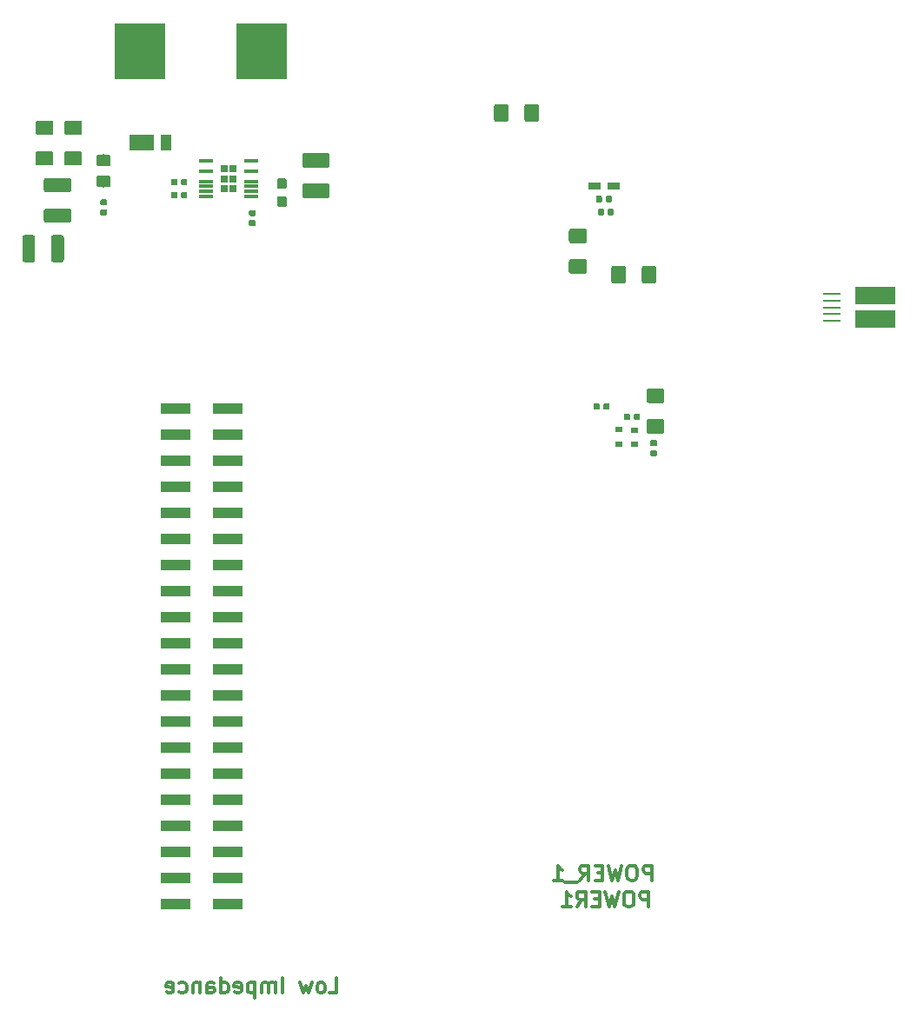
<source format=gbr>
G04 #@! TF.GenerationSoftware,KiCad,Pcbnew,(5.0.2)-1*
G04 #@! TF.CreationDate,2019-03-16T14:06:54-07:00*
G04 #@! TF.ProjectId,ModularMatrix,4d6f6475-6c61-4724-9d61-747269782e6b,rev?*
G04 #@! TF.SameCoordinates,Original*
G04 #@! TF.FileFunction,Paste,Bot*
G04 #@! TF.FilePolarity,Positive*
%FSLAX46Y46*%
G04 Gerber Fmt 4.6, Leading zero omitted, Abs format (unit mm)*
G04 Created by KiCad (PCBNEW (5.0.2)-1) date 3/16/2019 2:06:54 PM*
%MOMM*%
%LPD*%
G01*
G04 APERTURE LIST*
%ADD10C,0.300000*%
%ADD11R,3.000000X1.000000*%
%ADD12R,3.900000X1.800000*%
%ADD13R,1.700000X0.250000*%
%ADD14C,0.100000*%
%ADD15C,0.590000*%
%ADD16R,1.200000X0.750000*%
%ADD17C,1.425000*%
%ADD18R,0.800000X0.600000*%
%ADD19C,0.950000*%
%ADD20C,1.250000*%
%ADD21C,1.150000*%
%ADD22R,1.050000X1.500000*%
%ADD23R,2.400000X1.500000*%
%ADD24R,4.900000X5.400000*%
%ADD25R,1.400000X0.300000*%
%ADD26R,0.660000X0.750000*%
G04 APERTURE END LIST*
D10*
X198579357Y-155174071D02*
X199293642Y-155174071D01*
X199293642Y-153674071D01*
X197865071Y-155174071D02*
X198007928Y-155102642D01*
X198079357Y-155031214D01*
X198150785Y-154888357D01*
X198150785Y-154459785D01*
X198079357Y-154316928D01*
X198007928Y-154245500D01*
X197865071Y-154174071D01*
X197650785Y-154174071D01*
X197507928Y-154245500D01*
X197436500Y-154316928D01*
X197365071Y-154459785D01*
X197365071Y-154888357D01*
X197436500Y-155031214D01*
X197507928Y-155102642D01*
X197650785Y-155174071D01*
X197865071Y-155174071D01*
X196865071Y-154174071D02*
X196579357Y-155174071D01*
X196293642Y-154459785D01*
X196007928Y-155174071D01*
X195722214Y-154174071D01*
X194007928Y-155174071D02*
X194007928Y-153674071D01*
X193293642Y-155174071D02*
X193293642Y-154174071D01*
X193293642Y-154316928D02*
X193222214Y-154245500D01*
X193079357Y-154174071D01*
X192865071Y-154174071D01*
X192722214Y-154245500D01*
X192650785Y-154388357D01*
X192650785Y-155174071D01*
X192650785Y-154388357D02*
X192579357Y-154245500D01*
X192436500Y-154174071D01*
X192222214Y-154174071D01*
X192079357Y-154245500D01*
X192007928Y-154388357D01*
X192007928Y-155174071D01*
X191293642Y-154174071D02*
X191293642Y-155674071D01*
X191293642Y-154245500D02*
X191150785Y-154174071D01*
X190865071Y-154174071D01*
X190722214Y-154245500D01*
X190650785Y-154316928D01*
X190579357Y-154459785D01*
X190579357Y-154888357D01*
X190650785Y-155031214D01*
X190722214Y-155102642D01*
X190865071Y-155174071D01*
X191150785Y-155174071D01*
X191293642Y-155102642D01*
X189365071Y-155102642D02*
X189507928Y-155174071D01*
X189793642Y-155174071D01*
X189936500Y-155102642D01*
X190007928Y-154959785D01*
X190007928Y-154388357D01*
X189936500Y-154245500D01*
X189793642Y-154174071D01*
X189507928Y-154174071D01*
X189365071Y-154245500D01*
X189293642Y-154388357D01*
X189293642Y-154531214D01*
X190007928Y-154674071D01*
X188007928Y-155174071D02*
X188007928Y-153674071D01*
X188007928Y-155102642D02*
X188150785Y-155174071D01*
X188436500Y-155174071D01*
X188579357Y-155102642D01*
X188650785Y-155031214D01*
X188722214Y-154888357D01*
X188722214Y-154459785D01*
X188650785Y-154316928D01*
X188579357Y-154245500D01*
X188436500Y-154174071D01*
X188150785Y-154174071D01*
X188007928Y-154245500D01*
X186650785Y-155174071D02*
X186650785Y-154388357D01*
X186722214Y-154245500D01*
X186865071Y-154174071D01*
X187150785Y-154174071D01*
X187293642Y-154245500D01*
X186650785Y-155102642D02*
X186793642Y-155174071D01*
X187150785Y-155174071D01*
X187293642Y-155102642D01*
X187365071Y-154959785D01*
X187365071Y-154816928D01*
X187293642Y-154674071D01*
X187150785Y-154602642D01*
X186793642Y-154602642D01*
X186650785Y-154531214D01*
X185936500Y-154174071D02*
X185936500Y-155174071D01*
X185936500Y-154316928D02*
X185865071Y-154245500D01*
X185722214Y-154174071D01*
X185507928Y-154174071D01*
X185365071Y-154245500D01*
X185293642Y-154388357D01*
X185293642Y-155174071D01*
X183936500Y-155102642D02*
X184079357Y-155174071D01*
X184365071Y-155174071D01*
X184507928Y-155102642D01*
X184579357Y-155031214D01*
X184650785Y-154888357D01*
X184650785Y-154459785D01*
X184579357Y-154316928D01*
X184507928Y-154245500D01*
X184365071Y-154174071D01*
X184079357Y-154174071D01*
X183936500Y-154245500D01*
X182722214Y-155102642D02*
X182865071Y-155174071D01*
X183150785Y-155174071D01*
X183293642Y-155102642D01*
X183365071Y-154959785D01*
X183365071Y-154388357D01*
X183293642Y-154245500D01*
X183150785Y-154174071D01*
X182865071Y-154174071D01*
X182722214Y-154245500D01*
X182650785Y-154388357D01*
X182650785Y-154531214D01*
X183365071Y-154674071D01*
X229984500Y-144252071D02*
X229984500Y-142752071D01*
X229413071Y-142752071D01*
X229270214Y-142823500D01*
X229198785Y-142894928D01*
X229127357Y-143037785D01*
X229127357Y-143252071D01*
X229198785Y-143394928D01*
X229270214Y-143466357D01*
X229413071Y-143537785D01*
X229984500Y-143537785D01*
X228198785Y-142752071D02*
X227913071Y-142752071D01*
X227770214Y-142823500D01*
X227627357Y-142966357D01*
X227555928Y-143252071D01*
X227555928Y-143752071D01*
X227627357Y-144037785D01*
X227770214Y-144180642D01*
X227913071Y-144252071D01*
X228198785Y-144252071D01*
X228341642Y-144180642D01*
X228484500Y-144037785D01*
X228555928Y-143752071D01*
X228555928Y-143252071D01*
X228484500Y-142966357D01*
X228341642Y-142823500D01*
X228198785Y-142752071D01*
X227055928Y-142752071D02*
X226698785Y-144252071D01*
X226413071Y-143180642D01*
X226127357Y-144252071D01*
X225770214Y-142752071D01*
X225198785Y-143466357D02*
X224698785Y-143466357D01*
X224484500Y-144252071D02*
X225198785Y-144252071D01*
X225198785Y-142752071D01*
X224484500Y-142752071D01*
X222984500Y-144252071D02*
X223484500Y-143537785D01*
X223841642Y-144252071D02*
X223841642Y-142752071D01*
X223270214Y-142752071D01*
X223127357Y-142823500D01*
X223055928Y-142894928D01*
X222984500Y-143037785D01*
X222984500Y-143252071D01*
X223055928Y-143394928D01*
X223127357Y-143466357D01*
X223270214Y-143537785D01*
X223841642Y-143537785D01*
X222698785Y-144394928D02*
X221555928Y-144394928D01*
X220413071Y-144252071D02*
X221270214Y-144252071D01*
X220841642Y-144252071D02*
X220841642Y-142752071D01*
X220984500Y-142966357D01*
X221127357Y-143109214D01*
X221270214Y-143180642D01*
X229667071Y-146792071D02*
X229667071Y-145292071D01*
X229095642Y-145292071D01*
X228952785Y-145363500D01*
X228881357Y-145434928D01*
X228809928Y-145577785D01*
X228809928Y-145792071D01*
X228881357Y-145934928D01*
X228952785Y-146006357D01*
X229095642Y-146077785D01*
X229667071Y-146077785D01*
X227881357Y-145292071D02*
X227595642Y-145292071D01*
X227452785Y-145363500D01*
X227309928Y-145506357D01*
X227238500Y-145792071D01*
X227238500Y-146292071D01*
X227309928Y-146577785D01*
X227452785Y-146720642D01*
X227595642Y-146792071D01*
X227881357Y-146792071D01*
X228024214Y-146720642D01*
X228167071Y-146577785D01*
X228238500Y-146292071D01*
X228238500Y-145792071D01*
X228167071Y-145506357D01*
X228024214Y-145363500D01*
X227881357Y-145292071D01*
X226738500Y-145292071D02*
X226381357Y-146792071D01*
X226095642Y-145720642D01*
X225809928Y-146792071D01*
X225452785Y-145292071D01*
X224881357Y-146006357D02*
X224381357Y-146006357D01*
X224167071Y-146792071D02*
X224881357Y-146792071D01*
X224881357Y-145292071D01*
X224167071Y-145292071D01*
X222667071Y-146792071D02*
X223167071Y-146077785D01*
X223524214Y-146792071D02*
X223524214Y-145292071D01*
X222952785Y-145292071D01*
X222809928Y-145363500D01*
X222738500Y-145434928D01*
X222667071Y-145577785D01*
X222667071Y-145792071D01*
X222738500Y-145934928D01*
X222809928Y-146006357D01*
X222952785Y-146077785D01*
X223524214Y-146077785D01*
X221238500Y-146792071D02*
X222095642Y-146792071D01*
X221667071Y-146792071D02*
X221667071Y-145292071D01*
X221809928Y-145506357D01*
X221952785Y-145649214D01*
X222095642Y-145720642D01*
D11*
G04 #@! TO.C,J2*
X188651200Y-146481800D03*
X183611200Y-146481800D03*
X188651200Y-143941800D03*
X183611200Y-143941800D03*
X188651200Y-141401800D03*
X183611200Y-141401800D03*
X188651200Y-138861800D03*
X183611200Y-138861800D03*
X188651200Y-136321800D03*
X183611200Y-136321800D03*
X188651200Y-133781800D03*
X183611200Y-133781800D03*
X188651200Y-131241800D03*
X183611200Y-131241800D03*
X188651200Y-128701800D03*
X183611200Y-128701800D03*
X188651200Y-126161800D03*
X183611200Y-126161800D03*
X188651200Y-123621800D03*
X183611200Y-123621800D03*
X188651200Y-121081800D03*
X183611200Y-121081800D03*
X188651200Y-118541800D03*
X183611200Y-118541800D03*
X188651200Y-116001800D03*
X183611200Y-116001800D03*
X188651200Y-113461800D03*
X183611200Y-113461800D03*
X188651200Y-110921800D03*
X183611200Y-110921800D03*
X188651200Y-108381800D03*
X183611200Y-108381800D03*
X188651200Y-105841800D03*
X183611200Y-105841800D03*
X188651200Y-103301800D03*
X183611200Y-103301800D03*
X188651200Y-100761800D03*
X183611200Y-100761800D03*
X188651200Y-98221800D03*
X183611200Y-98221800D03*
G04 #@! TD*
D12*
G04 #@! TO.C,J4*
X251710300Y-87257000D03*
X251710300Y-89557000D03*
D13*
X247510300Y-87107000D03*
X247510300Y-87757000D03*
X247510300Y-88407000D03*
X247510300Y-89057000D03*
X247510300Y-89707000D03*
G04 #@! TD*
D14*
G04 #@! TO.C,C10*
G36*
X183609458Y-75880710D02*
X183623776Y-75882834D01*
X183637817Y-75886351D01*
X183651446Y-75891228D01*
X183664531Y-75897417D01*
X183676947Y-75904858D01*
X183688573Y-75913481D01*
X183699298Y-75923202D01*
X183709019Y-75933927D01*
X183717642Y-75945553D01*
X183725083Y-75957969D01*
X183731272Y-75971054D01*
X183736149Y-75984683D01*
X183739666Y-75998724D01*
X183741790Y-76013042D01*
X183742500Y-76027500D01*
X183742500Y-76372500D01*
X183741790Y-76386958D01*
X183739666Y-76401276D01*
X183736149Y-76415317D01*
X183731272Y-76428946D01*
X183725083Y-76442031D01*
X183717642Y-76454447D01*
X183709019Y-76466073D01*
X183699298Y-76476798D01*
X183688573Y-76486519D01*
X183676947Y-76495142D01*
X183664531Y-76502583D01*
X183651446Y-76508772D01*
X183637817Y-76513649D01*
X183623776Y-76517166D01*
X183609458Y-76519290D01*
X183595000Y-76520000D01*
X183300000Y-76520000D01*
X183285542Y-76519290D01*
X183271224Y-76517166D01*
X183257183Y-76513649D01*
X183243554Y-76508772D01*
X183230469Y-76502583D01*
X183218053Y-76495142D01*
X183206427Y-76486519D01*
X183195702Y-76476798D01*
X183185981Y-76466073D01*
X183177358Y-76454447D01*
X183169917Y-76442031D01*
X183163728Y-76428946D01*
X183158851Y-76415317D01*
X183155334Y-76401276D01*
X183153210Y-76386958D01*
X183152500Y-76372500D01*
X183152500Y-76027500D01*
X183153210Y-76013042D01*
X183155334Y-75998724D01*
X183158851Y-75984683D01*
X183163728Y-75971054D01*
X183169917Y-75957969D01*
X183177358Y-75945553D01*
X183185981Y-75933927D01*
X183195702Y-75923202D01*
X183206427Y-75913481D01*
X183218053Y-75904858D01*
X183230469Y-75897417D01*
X183243554Y-75891228D01*
X183257183Y-75886351D01*
X183271224Y-75882834D01*
X183285542Y-75880710D01*
X183300000Y-75880000D01*
X183595000Y-75880000D01*
X183609458Y-75880710D01*
X183609458Y-75880710D01*
G37*
D15*
X183447500Y-76200000D03*
D14*
G36*
X184579458Y-75880710D02*
X184593776Y-75882834D01*
X184607817Y-75886351D01*
X184621446Y-75891228D01*
X184634531Y-75897417D01*
X184646947Y-75904858D01*
X184658573Y-75913481D01*
X184669298Y-75923202D01*
X184679019Y-75933927D01*
X184687642Y-75945553D01*
X184695083Y-75957969D01*
X184701272Y-75971054D01*
X184706149Y-75984683D01*
X184709666Y-75998724D01*
X184711790Y-76013042D01*
X184712500Y-76027500D01*
X184712500Y-76372500D01*
X184711790Y-76386958D01*
X184709666Y-76401276D01*
X184706149Y-76415317D01*
X184701272Y-76428946D01*
X184695083Y-76442031D01*
X184687642Y-76454447D01*
X184679019Y-76466073D01*
X184669298Y-76476798D01*
X184658573Y-76486519D01*
X184646947Y-76495142D01*
X184634531Y-76502583D01*
X184621446Y-76508772D01*
X184607817Y-76513649D01*
X184593776Y-76517166D01*
X184579458Y-76519290D01*
X184565000Y-76520000D01*
X184270000Y-76520000D01*
X184255542Y-76519290D01*
X184241224Y-76517166D01*
X184227183Y-76513649D01*
X184213554Y-76508772D01*
X184200469Y-76502583D01*
X184188053Y-76495142D01*
X184176427Y-76486519D01*
X184165702Y-76476798D01*
X184155981Y-76466073D01*
X184147358Y-76454447D01*
X184139917Y-76442031D01*
X184133728Y-76428946D01*
X184128851Y-76415317D01*
X184125334Y-76401276D01*
X184123210Y-76386958D01*
X184122500Y-76372500D01*
X184122500Y-76027500D01*
X184123210Y-76013042D01*
X184125334Y-75998724D01*
X184128851Y-75984683D01*
X184133728Y-75971054D01*
X184139917Y-75957969D01*
X184147358Y-75945553D01*
X184155981Y-75933927D01*
X184165702Y-75923202D01*
X184176427Y-75913481D01*
X184188053Y-75904858D01*
X184200469Y-75897417D01*
X184213554Y-75891228D01*
X184227183Y-75886351D01*
X184241224Y-75882834D01*
X184255542Y-75880710D01*
X184270000Y-75880000D01*
X184565000Y-75880000D01*
X184579458Y-75880710D01*
X184579458Y-75880710D01*
G37*
D15*
X184417500Y-76200000D03*
G04 #@! TD*
D14*
G04 #@! TO.C,R1*
G36*
X184579458Y-77150710D02*
X184593776Y-77152834D01*
X184607817Y-77156351D01*
X184621446Y-77161228D01*
X184634531Y-77167417D01*
X184646947Y-77174858D01*
X184658573Y-77183481D01*
X184669298Y-77193202D01*
X184679019Y-77203927D01*
X184687642Y-77215553D01*
X184695083Y-77227969D01*
X184701272Y-77241054D01*
X184706149Y-77254683D01*
X184709666Y-77268724D01*
X184711790Y-77283042D01*
X184712500Y-77297500D01*
X184712500Y-77642500D01*
X184711790Y-77656958D01*
X184709666Y-77671276D01*
X184706149Y-77685317D01*
X184701272Y-77698946D01*
X184695083Y-77712031D01*
X184687642Y-77724447D01*
X184679019Y-77736073D01*
X184669298Y-77746798D01*
X184658573Y-77756519D01*
X184646947Y-77765142D01*
X184634531Y-77772583D01*
X184621446Y-77778772D01*
X184607817Y-77783649D01*
X184593776Y-77787166D01*
X184579458Y-77789290D01*
X184565000Y-77790000D01*
X184270000Y-77790000D01*
X184255542Y-77789290D01*
X184241224Y-77787166D01*
X184227183Y-77783649D01*
X184213554Y-77778772D01*
X184200469Y-77772583D01*
X184188053Y-77765142D01*
X184176427Y-77756519D01*
X184165702Y-77746798D01*
X184155981Y-77736073D01*
X184147358Y-77724447D01*
X184139917Y-77712031D01*
X184133728Y-77698946D01*
X184128851Y-77685317D01*
X184125334Y-77671276D01*
X184123210Y-77656958D01*
X184122500Y-77642500D01*
X184122500Y-77297500D01*
X184123210Y-77283042D01*
X184125334Y-77268724D01*
X184128851Y-77254683D01*
X184133728Y-77241054D01*
X184139917Y-77227969D01*
X184147358Y-77215553D01*
X184155981Y-77203927D01*
X184165702Y-77193202D01*
X184176427Y-77183481D01*
X184188053Y-77174858D01*
X184200469Y-77167417D01*
X184213554Y-77161228D01*
X184227183Y-77156351D01*
X184241224Y-77152834D01*
X184255542Y-77150710D01*
X184270000Y-77150000D01*
X184565000Y-77150000D01*
X184579458Y-77150710D01*
X184579458Y-77150710D01*
G37*
D15*
X184417500Y-77470000D03*
D14*
G36*
X183609458Y-77150710D02*
X183623776Y-77152834D01*
X183637817Y-77156351D01*
X183651446Y-77161228D01*
X183664531Y-77167417D01*
X183676947Y-77174858D01*
X183688573Y-77183481D01*
X183699298Y-77193202D01*
X183709019Y-77203927D01*
X183717642Y-77215553D01*
X183725083Y-77227969D01*
X183731272Y-77241054D01*
X183736149Y-77254683D01*
X183739666Y-77268724D01*
X183741790Y-77283042D01*
X183742500Y-77297500D01*
X183742500Y-77642500D01*
X183741790Y-77656958D01*
X183739666Y-77671276D01*
X183736149Y-77685317D01*
X183731272Y-77698946D01*
X183725083Y-77712031D01*
X183717642Y-77724447D01*
X183709019Y-77736073D01*
X183699298Y-77746798D01*
X183688573Y-77756519D01*
X183676947Y-77765142D01*
X183664531Y-77772583D01*
X183651446Y-77778772D01*
X183637817Y-77783649D01*
X183623776Y-77787166D01*
X183609458Y-77789290D01*
X183595000Y-77790000D01*
X183300000Y-77790000D01*
X183285542Y-77789290D01*
X183271224Y-77787166D01*
X183257183Y-77783649D01*
X183243554Y-77778772D01*
X183230469Y-77772583D01*
X183218053Y-77765142D01*
X183206427Y-77756519D01*
X183195702Y-77746798D01*
X183185981Y-77736073D01*
X183177358Y-77724447D01*
X183169917Y-77712031D01*
X183163728Y-77698946D01*
X183158851Y-77685317D01*
X183155334Y-77671276D01*
X183153210Y-77656958D01*
X183152500Y-77642500D01*
X183152500Y-77297500D01*
X183153210Y-77283042D01*
X183155334Y-77268724D01*
X183158851Y-77254683D01*
X183163728Y-77241054D01*
X183169917Y-77227969D01*
X183177358Y-77215553D01*
X183185981Y-77203927D01*
X183195702Y-77193202D01*
X183206427Y-77183481D01*
X183218053Y-77174858D01*
X183230469Y-77167417D01*
X183243554Y-77161228D01*
X183257183Y-77156351D01*
X183271224Y-77152834D01*
X183285542Y-77150710D01*
X183300000Y-77150000D01*
X183595000Y-77150000D01*
X183609458Y-77150710D01*
X183609458Y-77150710D01*
G37*
D15*
X183447500Y-77470000D03*
G04 #@! TD*
D16*
G04 #@! TO.C,C11*
X224362065Y-76578225D03*
X226262065Y-76578225D03*
G04 #@! TD*
D14*
G04 #@! TO.C,C5*
G36*
X218777569Y-68592429D02*
X218801838Y-68596029D01*
X218825636Y-68601990D01*
X218848736Y-68610255D01*
X218870914Y-68620745D01*
X218891958Y-68633358D01*
X218911663Y-68647972D01*
X218929842Y-68664448D01*
X218946318Y-68682627D01*
X218960932Y-68702332D01*
X218973545Y-68723376D01*
X218984035Y-68745554D01*
X218992300Y-68768654D01*
X218998261Y-68792452D01*
X219001861Y-68816721D01*
X219003065Y-68841225D01*
X219003065Y-70091225D01*
X219001861Y-70115729D01*
X218998261Y-70139998D01*
X218992300Y-70163796D01*
X218984035Y-70186896D01*
X218973545Y-70209074D01*
X218960932Y-70230118D01*
X218946318Y-70249823D01*
X218929842Y-70268002D01*
X218911663Y-70284478D01*
X218891958Y-70299092D01*
X218870914Y-70311705D01*
X218848736Y-70322195D01*
X218825636Y-70330460D01*
X218801838Y-70336421D01*
X218777569Y-70340021D01*
X218753065Y-70341225D01*
X217828065Y-70341225D01*
X217803561Y-70340021D01*
X217779292Y-70336421D01*
X217755494Y-70330460D01*
X217732394Y-70322195D01*
X217710216Y-70311705D01*
X217689172Y-70299092D01*
X217669467Y-70284478D01*
X217651288Y-70268002D01*
X217634812Y-70249823D01*
X217620198Y-70230118D01*
X217607585Y-70209074D01*
X217597095Y-70186896D01*
X217588830Y-70163796D01*
X217582869Y-70139998D01*
X217579269Y-70115729D01*
X217578065Y-70091225D01*
X217578065Y-68841225D01*
X217579269Y-68816721D01*
X217582869Y-68792452D01*
X217588830Y-68768654D01*
X217597095Y-68745554D01*
X217607585Y-68723376D01*
X217620198Y-68702332D01*
X217634812Y-68682627D01*
X217651288Y-68664448D01*
X217669467Y-68647972D01*
X217689172Y-68633358D01*
X217710216Y-68620745D01*
X217732394Y-68610255D01*
X217755494Y-68601990D01*
X217779292Y-68596029D01*
X217803561Y-68592429D01*
X217828065Y-68591225D01*
X218753065Y-68591225D01*
X218777569Y-68592429D01*
X218777569Y-68592429D01*
G37*
D17*
X218290565Y-69466225D03*
D14*
G36*
X215802569Y-68592429D02*
X215826838Y-68596029D01*
X215850636Y-68601990D01*
X215873736Y-68610255D01*
X215895914Y-68620745D01*
X215916958Y-68633358D01*
X215936663Y-68647972D01*
X215954842Y-68664448D01*
X215971318Y-68682627D01*
X215985932Y-68702332D01*
X215998545Y-68723376D01*
X216009035Y-68745554D01*
X216017300Y-68768654D01*
X216023261Y-68792452D01*
X216026861Y-68816721D01*
X216028065Y-68841225D01*
X216028065Y-70091225D01*
X216026861Y-70115729D01*
X216023261Y-70139998D01*
X216017300Y-70163796D01*
X216009035Y-70186896D01*
X215998545Y-70209074D01*
X215985932Y-70230118D01*
X215971318Y-70249823D01*
X215954842Y-70268002D01*
X215936663Y-70284478D01*
X215916958Y-70299092D01*
X215895914Y-70311705D01*
X215873736Y-70322195D01*
X215850636Y-70330460D01*
X215826838Y-70336421D01*
X215802569Y-70340021D01*
X215778065Y-70341225D01*
X214853065Y-70341225D01*
X214828561Y-70340021D01*
X214804292Y-70336421D01*
X214780494Y-70330460D01*
X214757394Y-70322195D01*
X214735216Y-70311705D01*
X214714172Y-70299092D01*
X214694467Y-70284478D01*
X214676288Y-70268002D01*
X214659812Y-70249823D01*
X214645198Y-70230118D01*
X214632585Y-70209074D01*
X214622095Y-70186896D01*
X214613830Y-70163796D01*
X214607869Y-70139998D01*
X214604269Y-70115729D01*
X214603065Y-70091225D01*
X214603065Y-68841225D01*
X214604269Y-68816721D01*
X214607869Y-68792452D01*
X214613830Y-68768654D01*
X214622095Y-68745554D01*
X214632585Y-68723376D01*
X214645198Y-68702332D01*
X214659812Y-68682627D01*
X214676288Y-68664448D01*
X214694467Y-68647972D01*
X214714172Y-68633358D01*
X214735216Y-68620745D01*
X214757394Y-68610255D01*
X214780494Y-68601990D01*
X214804292Y-68596029D01*
X214828561Y-68592429D01*
X214853065Y-68591225D01*
X215778065Y-68591225D01*
X215802569Y-68592429D01*
X215802569Y-68592429D01*
G37*
D17*
X215315565Y-69466225D03*
G04 #@! TD*
D14*
G04 #@! TO.C,C26*
G36*
X230207569Y-84340429D02*
X230231838Y-84344029D01*
X230255636Y-84349990D01*
X230278736Y-84358255D01*
X230300914Y-84368745D01*
X230321958Y-84381358D01*
X230341663Y-84395972D01*
X230359842Y-84412448D01*
X230376318Y-84430627D01*
X230390932Y-84450332D01*
X230403545Y-84471376D01*
X230414035Y-84493554D01*
X230422300Y-84516654D01*
X230428261Y-84540452D01*
X230431861Y-84564721D01*
X230433065Y-84589225D01*
X230433065Y-85839225D01*
X230431861Y-85863729D01*
X230428261Y-85887998D01*
X230422300Y-85911796D01*
X230414035Y-85934896D01*
X230403545Y-85957074D01*
X230390932Y-85978118D01*
X230376318Y-85997823D01*
X230359842Y-86016002D01*
X230341663Y-86032478D01*
X230321958Y-86047092D01*
X230300914Y-86059705D01*
X230278736Y-86070195D01*
X230255636Y-86078460D01*
X230231838Y-86084421D01*
X230207569Y-86088021D01*
X230183065Y-86089225D01*
X229258065Y-86089225D01*
X229233561Y-86088021D01*
X229209292Y-86084421D01*
X229185494Y-86078460D01*
X229162394Y-86070195D01*
X229140216Y-86059705D01*
X229119172Y-86047092D01*
X229099467Y-86032478D01*
X229081288Y-86016002D01*
X229064812Y-85997823D01*
X229050198Y-85978118D01*
X229037585Y-85957074D01*
X229027095Y-85934896D01*
X229018830Y-85911796D01*
X229012869Y-85887998D01*
X229009269Y-85863729D01*
X229008065Y-85839225D01*
X229008065Y-84589225D01*
X229009269Y-84564721D01*
X229012869Y-84540452D01*
X229018830Y-84516654D01*
X229027095Y-84493554D01*
X229037585Y-84471376D01*
X229050198Y-84450332D01*
X229064812Y-84430627D01*
X229081288Y-84412448D01*
X229099467Y-84395972D01*
X229119172Y-84381358D01*
X229140216Y-84368745D01*
X229162394Y-84358255D01*
X229185494Y-84349990D01*
X229209292Y-84344029D01*
X229233561Y-84340429D01*
X229258065Y-84339225D01*
X230183065Y-84339225D01*
X230207569Y-84340429D01*
X230207569Y-84340429D01*
G37*
D17*
X229720565Y-85214225D03*
D14*
G36*
X227232569Y-84340429D02*
X227256838Y-84344029D01*
X227280636Y-84349990D01*
X227303736Y-84358255D01*
X227325914Y-84368745D01*
X227346958Y-84381358D01*
X227366663Y-84395972D01*
X227384842Y-84412448D01*
X227401318Y-84430627D01*
X227415932Y-84450332D01*
X227428545Y-84471376D01*
X227439035Y-84493554D01*
X227447300Y-84516654D01*
X227453261Y-84540452D01*
X227456861Y-84564721D01*
X227458065Y-84589225D01*
X227458065Y-85839225D01*
X227456861Y-85863729D01*
X227453261Y-85887998D01*
X227447300Y-85911796D01*
X227439035Y-85934896D01*
X227428545Y-85957074D01*
X227415932Y-85978118D01*
X227401318Y-85997823D01*
X227384842Y-86016002D01*
X227366663Y-86032478D01*
X227346958Y-86047092D01*
X227325914Y-86059705D01*
X227303736Y-86070195D01*
X227280636Y-86078460D01*
X227256838Y-86084421D01*
X227232569Y-86088021D01*
X227208065Y-86089225D01*
X226283065Y-86089225D01*
X226258561Y-86088021D01*
X226234292Y-86084421D01*
X226210494Y-86078460D01*
X226187394Y-86070195D01*
X226165216Y-86059705D01*
X226144172Y-86047092D01*
X226124467Y-86032478D01*
X226106288Y-86016002D01*
X226089812Y-85997823D01*
X226075198Y-85978118D01*
X226062585Y-85957074D01*
X226052095Y-85934896D01*
X226043830Y-85911796D01*
X226037869Y-85887998D01*
X226034269Y-85863729D01*
X226033065Y-85839225D01*
X226033065Y-84589225D01*
X226034269Y-84564721D01*
X226037869Y-84540452D01*
X226043830Y-84516654D01*
X226052095Y-84493554D01*
X226062585Y-84471376D01*
X226075198Y-84450332D01*
X226089812Y-84430627D01*
X226106288Y-84412448D01*
X226124467Y-84395972D01*
X226144172Y-84381358D01*
X226165216Y-84368745D01*
X226187394Y-84358255D01*
X226210494Y-84349990D01*
X226234292Y-84344029D01*
X226258561Y-84340429D01*
X226283065Y-84339225D01*
X227208065Y-84339225D01*
X227232569Y-84340429D01*
X227232569Y-84340429D01*
G37*
D17*
X226745565Y-85214225D03*
G04 #@! TD*
D14*
G04 #@! TO.C,C22*
G36*
X223421569Y-83704429D02*
X223445838Y-83708029D01*
X223469636Y-83713990D01*
X223492736Y-83722255D01*
X223514914Y-83732745D01*
X223535958Y-83745358D01*
X223555663Y-83759972D01*
X223573842Y-83776448D01*
X223590318Y-83794627D01*
X223604932Y-83814332D01*
X223617545Y-83835376D01*
X223628035Y-83857554D01*
X223636300Y-83880654D01*
X223642261Y-83904452D01*
X223645861Y-83928721D01*
X223647065Y-83953225D01*
X223647065Y-84878225D01*
X223645861Y-84902729D01*
X223642261Y-84926998D01*
X223636300Y-84950796D01*
X223628035Y-84973896D01*
X223617545Y-84996074D01*
X223604932Y-85017118D01*
X223590318Y-85036823D01*
X223573842Y-85055002D01*
X223555663Y-85071478D01*
X223535958Y-85086092D01*
X223514914Y-85098705D01*
X223492736Y-85109195D01*
X223469636Y-85117460D01*
X223445838Y-85123421D01*
X223421569Y-85127021D01*
X223397065Y-85128225D01*
X222147065Y-85128225D01*
X222122561Y-85127021D01*
X222098292Y-85123421D01*
X222074494Y-85117460D01*
X222051394Y-85109195D01*
X222029216Y-85098705D01*
X222008172Y-85086092D01*
X221988467Y-85071478D01*
X221970288Y-85055002D01*
X221953812Y-85036823D01*
X221939198Y-85017118D01*
X221926585Y-84996074D01*
X221916095Y-84973896D01*
X221907830Y-84950796D01*
X221901869Y-84926998D01*
X221898269Y-84902729D01*
X221897065Y-84878225D01*
X221897065Y-83953225D01*
X221898269Y-83928721D01*
X221901869Y-83904452D01*
X221907830Y-83880654D01*
X221916095Y-83857554D01*
X221926585Y-83835376D01*
X221939198Y-83814332D01*
X221953812Y-83794627D01*
X221970288Y-83776448D01*
X221988467Y-83759972D01*
X222008172Y-83745358D01*
X222029216Y-83732745D01*
X222051394Y-83722255D01*
X222074494Y-83713990D01*
X222098292Y-83708029D01*
X222122561Y-83704429D01*
X222147065Y-83703225D01*
X223397065Y-83703225D01*
X223421569Y-83704429D01*
X223421569Y-83704429D01*
G37*
D17*
X222772065Y-84415725D03*
D14*
G36*
X223421569Y-80729429D02*
X223445838Y-80733029D01*
X223469636Y-80738990D01*
X223492736Y-80747255D01*
X223514914Y-80757745D01*
X223535958Y-80770358D01*
X223555663Y-80784972D01*
X223573842Y-80801448D01*
X223590318Y-80819627D01*
X223604932Y-80839332D01*
X223617545Y-80860376D01*
X223628035Y-80882554D01*
X223636300Y-80905654D01*
X223642261Y-80929452D01*
X223645861Y-80953721D01*
X223647065Y-80978225D01*
X223647065Y-81903225D01*
X223645861Y-81927729D01*
X223642261Y-81951998D01*
X223636300Y-81975796D01*
X223628035Y-81998896D01*
X223617545Y-82021074D01*
X223604932Y-82042118D01*
X223590318Y-82061823D01*
X223573842Y-82080002D01*
X223555663Y-82096478D01*
X223535958Y-82111092D01*
X223514914Y-82123705D01*
X223492736Y-82134195D01*
X223469636Y-82142460D01*
X223445838Y-82148421D01*
X223421569Y-82152021D01*
X223397065Y-82153225D01*
X222147065Y-82153225D01*
X222122561Y-82152021D01*
X222098292Y-82148421D01*
X222074494Y-82142460D01*
X222051394Y-82134195D01*
X222029216Y-82123705D01*
X222008172Y-82111092D01*
X221988467Y-82096478D01*
X221970288Y-82080002D01*
X221953812Y-82061823D01*
X221939198Y-82042118D01*
X221926585Y-82021074D01*
X221916095Y-81998896D01*
X221907830Y-81975796D01*
X221901869Y-81951998D01*
X221898269Y-81927729D01*
X221897065Y-81903225D01*
X221897065Y-80978225D01*
X221898269Y-80953721D01*
X221901869Y-80929452D01*
X221907830Y-80905654D01*
X221916095Y-80882554D01*
X221926585Y-80860376D01*
X221939198Y-80839332D01*
X221953812Y-80819627D01*
X221970288Y-80801448D01*
X221988467Y-80784972D01*
X222008172Y-80770358D01*
X222029216Y-80757745D01*
X222051394Y-80747255D01*
X222074494Y-80738990D01*
X222098292Y-80733029D01*
X222122561Y-80729429D01*
X222147065Y-80728225D01*
X223397065Y-80728225D01*
X223421569Y-80729429D01*
X223421569Y-80729429D01*
G37*
D17*
X222772065Y-81440725D03*
G04 #@! TD*
D14*
G04 #@! TO.C,R21*
G36*
X224755707Y-97728971D02*
X224770025Y-97731095D01*
X224784066Y-97734612D01*
X224797695Y-97739489D01*
X224810780Y-97745678D01*
X224823196Y-97753119D01*
X224834822Y-97761742D01*
X224845547Y-97771463D01*
X224855268Y-97782188D01*
X224863891Y-97793814D01*
X224871332Y-97806230D01*
X224877521Y-97819315D01*
X224882398Y-97832944D01*
X224885915Y-97846985D01*
X224888039Y-97861303D01*
X224888749Y-97875761D01*
X224888749Y-98220761D01*
X224888039Y-98235219D01*
X224885915Y-98249537D01*
X224882398Y-98263578D01*
X224877521Y-98277207D01*
X224871332Y-98290292D01*
X224863891Y-98302708D01*
X224855268Y-98314334D01*
X224845547Y-98325059D01*
X224834822Y-98334780D01*
X224823196Y-98343403D01*
X224810780Y-98350844D01*
X224797695Y-98357033D01*
X224784066Y-98361910D01*
X224770025Y-98365427D01*
X224755707Y-98367551D01*
X224741249Y-98368261D01*
X224446249Y-98368261D01*
X224431791Y-98367551D01*
X224417473Y-98365427D01*
X224403432Y-98361910D01*
X224389803Y-98357033D01*
X224376718Y-98350844D01*
X224364302Y-98343403D01*
X224352676Y-98334780D01*
X224341951Y-98325059D01*
X224332230Y-98314334D01*
X224323607Y-98302708D01*
X224316166Y-98290292D01*
X224309977Y-98277207D01*
X224305100Y-98263578D01*
X224301583Y-98249537D01*
X224299459Y-98235219D01*
X224298749Y-98220761D01*
X224298749Y-97875761D01*
X224299459Y-97861303D01*
X224301583Y-97846985D01*
X224305100Y-97832944D01*
X224309977Y-97819315D01*
X224316166Y-97806230D01*
X224323607Y-97793814D01*
X224332230Y-97782188D01*
X224341951Y-97771463D01*
X224352676Y-97761742D01*
X224364302Y-97753119D01*
X224376718Y-97745678D01*
X224389803Y-97739489D01*
X224403432Y-97734612D01*
X224417473Y-97731095D01*
X224431791Y-97728971D01*
X224446249Y-97728261D01*
X224741249Y-97728261D01*
X224755707Y-97728971D01*
X224755707Y-97728971D01*
G37*
D15*
X224593749Y-98048261D03*
D14*
G36*
X225725707Y-97728971D02*
X225740025Y-97731095D01*
X225754066Y-97734612D01*
X225767695Y-97739489D01*
X225780780Y-97745678D01*
X225793196Y-97753119D01*
X225804822Y-97761742D01*
X225815547Y-97771463D01*
X225825268Y-97782188D01*
X225833891Y-97793814D01*
X225841332Y-97806230D01*
X225847521Y-97819315D01*
X225852398Y-97832944D01*
X225855915Y-97846985D01*
X225858039Y-97861303D01*
X225858749Y-97875761D01*
X225858749Y-98220761D01*
X225858039Y-98235219D01*
X225855915Y-98249537D01*
X225852398Y-98263578D01*
X225847521Y-98277207D01*
X225841332Y-98290292D01*
X225833891Y-98302708D01*
X225825268Y-98314334D01*
X225815547Y-98325059D01*
X225804822Y-98334780D01*
X225793196Y-98343403D01*
X225780780Y-98350844D01*
X225767695Y-98357033D01*
X225754066Y-98361910D01*
X225740025Y-98365427D01*
X225725707Y-98367551D01*
X225711249Y-98368261D01*
X225416249Y-98368261D01*
X225401791Y-98367551D01*
X225387473Y-98365427D01*
X225373432Y-98361910D01*
X225359803Y-98357033D01*
X225346718Y-98350844D01*
X225334302Y-98343403D01*
X225322676Y-98334780D01*
X225311951Y-98325059D01*
X225302230Y-98314334D01*
X225293607Y-98302708D01*
X225286166Y-98290292D01*
X225279977Y-98277207D01*
X225275100Y-98263578D01*
X225271583Y-98249537D01*
X225269459Y-98235219D01*
X225268749Y-98220761D01*
X225268749Y-97875761D01*
X225269459Y-97861303D01*
X225271583Y-97846985D01*
X225275100Y-97832944D01*
X225279977Y-97819315D01*
X225286166Y-97806230D01*
X225293607Y-97793814D01*
X225302230Y-97782188D01*
X225311951Y-97771463D01*
X225322676Y-97761742D01*
X225334302Y-97753119D01*
X225346718Y-97745678D01*
X225359803Y-97739489D01*
X225373432Y-97734612D01*
X225387473Y-97731095D01*
X225401791Y-97728971D01*
X225416249Y-97728261D01*
X225711249Y-97728261D01*
X225725707Y-97728971D01*
X225725707Y-97728971D01*
G37*
D15*
X225563749Y-98048261D03*
G04 #@! TD*
D14*
G04 #@! TO.C,R16*
G36*
X228696118Y-98744971D02*
X228710436Y-98747095D01*
X228724477Y-98750612D01*
X228738106Y-98755489D01*
X228751191Y-98761678D01*
X228763607Y-98769119D01*
X228775233Y-98777742D01*
X228785958Y-98787463D01*
X228795679Y-98798188D01*
X228804302Y-98809814D01*
X228811743Y-98822230D01*
X228817932Y-98835315D01*
X228822809Y-98848944D01*
X228826326Y-98862985D01*
X228828450Y-98877303D01*
X228829160Y-98891761D01*
X228829160Y-99236761D01*
X228828450Y-99251219D01*
X228826326Y-99265537D01*
X228822809Y-99279578D01*
X228817932Y-99293207D01*
X228811743Y-99306292D01*
X228804302Y-99318708D01*
X228795679Y-99330334D01*
X228785958Y-99341059D01*
X228775233Y-99350780D01*
X228763607Y-99359403D01*
X228751191Y-99366844D01*
X228738106Y-99373033D01*
X228724477Y-99377910D01*
X228710436Y-99381427D01*
X228696118Y-99383551D01*
X228681660Y-99384261D01*
X228386660Y-99384261D01*
X228372202Y-99383551D01*
X228357884Y-99381427D01*
X228343843Y-99377910D01*
X228330214Y-99373033D01*
X228317129Y-99366844D01*
X228304713Y-99359403D01*
X228293087Y-99350780D01*
X228282362Y-99341059D01*
X228272641Y-99330334D01*
X228264018Y-99318708D01*
X228256577Y-99306292D01*
X228250388Y-99293207D01*
X228245511Y-99279578D01*
X228241994Y-99265537D01*
X228239870Y-99251219D01*
X228239160Y-99236761D01*
X228239160Y-98891761D01*
X228239870Y-98877303D01*
X228241994Y-98862985D01*
X228245511Y-98848944D01*
X228250388Y-98835315D01*
X228256577Y-98822230D01*
X228264018Y-98809814D01*
X228272641Y-98798188D01*
X228282362Y-98787463D01*
X228293087Y-98777742D01*
X228304713Y-98769119D01*
X228317129Y-98761678D01*
X228330214Y-98755489D01*
X228343843Y-98750612D01*
X228357884Y-98747095D01*
X228372202Y-98744971D01*
X228386660Y-98744261D01*
X228681660Y-98744261D01*
X228696118Y-98744971D01*
X228696118Y-98744971D01*
G37*
D15*
X228534160Y-99064261D03*
D14*
G36*
X227726118Y-98744971D02*
X227740436Y-98747095D01*
X227754477Y-98750612D01*
X227768106Y-98755489D01*
X227781191Y-98761678D01*
X227793607Y-98769119D01*
X227805233Y-98777742D01*
X227815958Y-98787463D01*
X227825679Y-98798188D01*
X227834302Y-98809814D01*
X227841743Y-98822230D01*
X227847932Y-98835315D01*
X227852809Y-98848944D01*
X227856326Y-98862985D01*
X227858450Y-98877303D01*
X227859160Y-98891761D01*
X227859160Y-99236761D01*
X227858450Y-99251219D01*
X227856326Y-99265537D01*
X227852809Y-99279578D01*
X227847932Y-99293207D01*
X227841743Y-99306292D01*
X227834302Y-99318708D01*
X227825679Y-99330334D01*
X227815958Y-99341059D01*
X227805233Y-99350780D01*
X227793607Y-99359403D01*
X227781191Y-99366844D01*
X227768106Y-99373033D01*
X227754477Y-99377910D01*
X227740436Y-99381427D01*
X227726118Y-99383551D01*
X227711660Y-99384261D01*
X227416660Y-99384261D01*
X227402202Y-99383551D01*
X227387884Y-99381427D01*
X227373843Y-99377910D01*
X227360214Y-99373033D01*
X227347129Y-99366844D01*
X227334713Y-99359403D01*
X227323087Y-99350780D01*
X227312362Y-99341059D01*
X227302641Y-99330334D01*
X227294018Y-99318708D01*
X227286577Y-99306292D01*
X227280388Y-99293207D01*
X227275511Y-99279578D01*
X227271994Y-99265537D01*
X227269870Y-99251219D01*
X227269160Y-99236761D01*
X227269160Y-98891761D01*
X227269870Y-98877303D01*
X227271994Y-98862985D01*
X227275511Y-98848944D01*
X227280388Y-98835315D01*
X227286577Y-98822230D01*
X227294018Y-98809814D01*
X227302641Y-98798188D01*
X227312362Y-98787463D01*
X227323087Y-98777742D01*
X227334713Y-98769119D01*
X227347129Y-98761678D01*
X227360214Y-98755489D01*
X227373843Y-98750612D01*
X227387884Y-98747095D01*
X227402202Y-98744971D01*
X227416660Y-98744261D01*
X227711660Y-98744261D01*
X227726118Y-98744971D01*
X227726118Y-98744971D01*
G37*
D15*
X227564160Y-99064261D03*
G04 #@! TD*
D14*
G04 #@! TO.C,R15*
G36*
X230345707Y-101332971D02*
X230360025Y-101335095D01*
X230374066Y-101338612D01*
X230387695Y-101343489D01*
X230400780Y-101349678D01*
X230413196Y-101357119D01*
X230424822Y-101365742D01*
X230435547Y-101375463D01*
X230445268Y-101386188D01*
X230453891Y-101397814D01*
X230461332Y-101410230D01*
X230467521Y-101423315D01*
X230472398Y-101436944D01*
X230475915Y-101450985D01*
X230478039Y-101465303D01*
X230478749Y-101479761D01*
X230478749Y-101774761D01*
X230478039Y-101789219D01*
X230475915Y-101803537D01*
X230472398Y-101817578D01*
X230467521Y-101831207D01*
X230461332Y-101844292D01*
X230453891Y-101856708D01*
X230445268Y-101868334D01*
X230435547Y-101879059D01*
X230424822Y-101888780D01*
X230413196Y-101897403D01*
X230400780Y-101904844D01*
X230387695Y-101911033D01*
X230374066Y-101915910D01*
X230360025Y-101919427D01*
X230345707Y-101921551D01*
X230331249Y-101922261D01*
X229986249Y-101922261D01*
X229971791Y-101921551D01*
X229957473Y-101919427D01*
X229943432Y-101915910D01*
X229929803Y-101911033D01*
X229916718Y-101904844D01*
X229904302Y-101897403D01*
X229892676Y-101888780D01*
X229881951Y-101879059D01*
X229872230Y-101868334D01*
X229863607Y-101856708D01*
X229856166Y-101844292D01*
X229849977Y-101831207D01*
X229845100Y-101817578D01*
X229841583Y-101803537D01*
X229839459Y-101789219D01*
X229838749Y-101774761D01*
X229838749Y-101479761D01*
X229839459Y-101465303D01*
X229841583Y-101450985D01*
X229845100Y-101436944D01*
X229849977Y-101423315D01*
X229856166Y-101410230D01*
X229863607Y-101397814D01*
X229872230Y-101386188D01*
X229881951Y-101375463D01*
X229892676Y-101365742D01*
X229904302Y-101357119D01*
X229916718Y-101349678D01*
X229929803Y-101343489D01*
X229943432Y-101338612D01*
X229957473Y-101335095D01*
X229971791Y-101332971D01*
X229986249Y-101332261D01*
X230331249Y-101332261D01*
X230345707Y-101332971D01*
X230345707Y-101332971D01*
G37*
D15*
X230158749Y-101627261D03*
D14*
G36*
X230345707Y-102302971D02*
X230360025Y-102305095D01*
X230374066Y-102308612D01*
X230387695Y-102313489D01*
X230400780Y-102319678D01*
X230413196Y-102327119D01*
X230424822Y-102335742D01*
X230435547Y-102345463D01*
X230445268Y-102356188D01*
X230453891Y-102367814D01*
X230461332Y-102380230D01*
X230467521Y-102393315D01*
X230472398Y-102406944D01*
X230475915Y-102420985D01*
X230478039Y-102435303D01*
X230478749Y-102449761D01*
X230478749Y-102744761D01*
X230478039Y-102759219D01*
X230475915Y-102773537D01*
X230472398Y-102787578D01*
X230467521Y-102801207D01*
X230461332Y-102814292D01*
X230453891Y-102826708D01*
X230445268Y-102838334D01*
X230435547Y-102849059D01*
X230424822Y-102858780D01*
X230413196Y-102867403D01*
X230400780Y-102874844D01*
X230387695Y-102881033D01*
X230374066Y-102885910D01*
X230360025Y-102889427D01*
X230345707Y-102891551D01*
X230331249Y-102892261D01*
X229986249Y-102892261D01*
X229971791Y-102891551D01*
X229957473Y-102889427D01*
X229943432Y-102885910D01*
X229929803Y-102881033D01*
X229916718Y-102874844D01*
X229904302Y-102867403D01*
X229892676Y-102858780D01*
X229881951Y-102849059D01*
X229872230Y-102838334D01*
X229863607Y-102826708D01*
X229856166Y-102814292D01*
X229849977Y-102801207D01*
X229845100Y-102787578D01*
X229841583Y-102773537D01*
X229839459Y-102759219D01*
X229838749Y-102744761D01*
X229838749Y-102449761D01*
X229839459Y-102435303D01*
X229841583Y-102420985D01*
X229845100Y-102406944D01*
X229849977Y-102393315D01*
X229856166Y-102380230D01*
X229863607Y-102367814D01*
X229872230Y-102356188D01*
X229881951Y-102345463D01*
X229892676Y-102335742D01*
X229904302Y-102327119D01*
X229916718Y-102319678D01*
X229929803Y-102313489D01*
X229943432Y-102308612D01*
X229957473Y-102305095D01*
X229971791Y-102302971D01*
X229986249Y-102302261D01*
X230331249Y-102302261D01*
X230345707Y-102302971D01*
X230345707Y-102302971D01*
G37*
D15*
X230158749Y-102597261D03*
G04 #@! TD*
D14*
G04 #@! TO.C,C50*
G36*
X230984664Y-99268362D02*
X231008933Y-99271962D01*
X231032731Y-99277923D01*
X231055831Y-99286188D01*
X231078009Y-99296678D01*
X231099053Y-99309291D01*
X231118758Y-99323905D01*
X231136937Y-99340381D01*
X231153413Y-99358560D01*
X231168027Y-99378265D01*
X231180640Y-99399309D01*
X231191130Y-99421487D01*
X231199395Y-99444587D01*
X231205356Y-99468385D01*
X231208956Y-99492654D01*
X231210160Y-99517158D01*
X231210160Y-100442158D01*
X231208956Y-100466662D01*
X231205356Y-100490931D01*
X231199395Y-100514729D01*
X231191130Y-100537829D01*
X231180640Y-100560007D01*
X231168027Y-100581051D01*
X231153413Y-100600756D01*
X231136937Y-100618935D01*
X231118758Y-100635411D01*
X231099053Y-100650025D01*
X231078009Y-100662638D01*
X231055831Y-100673128D01*
X231032731Y-100681393D01*
X231008933Y-100687354D01*
X230984664Y-100690954D01*
X230960160Y-100692158D01*
X229710160Y-100692158D01*
X229685656Y-100690954D01*
X229661387Y-100687354D01*
X229637589Y-100681393D01*
X229614489Y-100673128D01*
X229592311Y-100662638D01*
X229571267Y-100650025D01*
X229551562Y-100635411D01*
X229533383Y-100618935D01*
X229516907Y-100600756D01*
X229502293Y-100581051D01*
X229489680Y-100560007D01*
X229479190Y-100537829D01*
X229470925Y-100514729D01*
X229464964Y-100490931D01*
X229461364Y-100466662D01*
X229460160Y-100442158D01*
X229460160Y-99517158D01*
X229461364Y-99492654D01*
X229464964Y-99468385D01*
X229470925Y-99444587D01*
X229479190Y-99421487D01*
X229489680Y-99399309D01*
X229502293Y-99378265D01*
X229516907Y-99358560D01*
X229533383Y-99340381D01*
X229551562Y-99323905D01*
X229571267Y-99309291D01*
X229592311Y-99296678D01*
X229614489Y-99286188D01*
X229637589Y-99277923D01*
X229661387Y-99271962D01*
X229685656Y-99268362D01*
X229710160Y-99267158D01*
X230960160Y-99267158D01*
X230984664Y-99268362D01*
X230984664Y-99268362D01*
G37*
D17*
X230335160Y-99979658D03*
D14*
G36*
X230984664Y-96293362D02*
X231008933Y-96296962D01*
X231032731Y-96302923D01*
X231055831Y-96311188D01*
X231078009Y-96321678D01*
X231099053Y-96334291D01*
X231118758Y-96348905D01*
X231136937Y-96365381D01*
X231153413Y-96383560D01*
X231168027Y-96403265D01*
X231180640Y-96424309D01*
X231191130Y-96446487D01*
X231199395Y-96469587D01*
X231205356Y-96493385D01*
X231208956Y-96517654D01*
X231210160Y-96542158D01*
X231210160Y-97467158D01*
X231208956Y-97491662D01*
X231205356Y-97515931D01*
X231199395Y-97539729D01*
X231191130Y-97562829D01*
X231180640Y-97585007D01*
X231168027Y-97606051D01*
X231153413Y-97625756D01*
X231136937Y-97643935D01*
X231118758Y-97660411D01*
X231099053Y-97675025D01*
X231078009Y-97687638D01*
X231055831Y-97698128D01*
X231032731Y-97706393D01*
X231008933Y-97712354D01*
X230984664Y-97715954D01*
X230960160Y-97717158D01*
X229710160Y-97717158D01*
X229685656Y-97715954D01*
X229661387Y-97712354D01*
X229637589Y-97706393D01*
X229614489Y-97698128D01*
X229592311Y-97687638D01*
X229571267Y-97675025D01*
X229551562Y-97660411D01*
X229533383Y-97643935D01*
X229516907Y-97625756D01*
X229502293Y-97606051D01*
X229489680Y-97585007D01*
X229479190Y-97562829D01*
X229470925Y-97539729D01*
X229464964Y-97515931D01*
X229461364Y-97491662D01*
X229460160Y-97467158D01*
X229460160Y-96542158D01*
X229461364Y-96517654D01*
X229464964Y-96493385D01*
X229470925Y-96469587D01*
X229479190Y-96446487D01*
X229489680Y-96424309D01*
X229502293Y-96403265D01*
X229516907Y-96383560D01*
X229533383Y-96365381D01*
X229551562Y-96348905D01*
X229571267Y-96334291D01*
X229592311Y-96321678D01*
X229614489Y-96311188D01*
X229637589Y-96302923D01*
X229661387Y-96296962D01*
X229685656Y-96293362D01*
X229710160Y-96292158D01*
X230960160Y-96292158D01*
X230984664Y-96293362D01*
X230984664Y-96293362D01*
G37*
D17*
X230335160Y-97004658D03*
G04 #@! TD*
D18*
G04 #@! TO.C,L6*
X228303160Y-101732158D03*
X228303160Y-100332158D03*
G04 #@! TD*
G04 #@! TO.C,L7*
X226779160Y-101730261D03*
X226779160Y-100330261D03*
G04 #@! TD*
D14*
G04 #@! TO.C,R2*
G36*
X191245115Y-79890974D02*
X191259433Y-79893098D01*
X191273474Y-79896615D01*
X191287103Y-79901492D01*
X191300188Y-79907681D01*
X191312604Y-79915122D01*
X191324230Y-79923745D01*
X191334955Y-79933466D01*
X191344676Y-79944191D01*
X191353299Y-79955817D01*
X191360740Y-79968233D01*
X191366929Y-79981318D01*
X191371806Y-79994947D01*
X191375323Y-80008988D01*
X191377447Y-80023306D01*
X191378157Y-80037764D01*
X191378157Y-80332764D01*
X191377447Y-80347222D01*
X191375323Y-80361540D01*
X191371806Y-80375581D01*
X191366929Y-80389210D01*
X191360740Y-80402295D01*
X191353299Y-80414711D01*
X191344676Y-80426337D01*
X191334955Y-80437062D01*
X191324230Y-80446783D01*
X191312604Y-80455406D01*
X191300188Y-80462847D01*
X191287103Y-80469036D01*
X191273474Y-80473913D01*
X191259433Y-80477430D01*
X191245115Y-80479554D01*
X191230657Y-80480264D01*
X190885657Y-80480264D01*
X190871199Y-80479554D01*
X190856881Y-80477430D01*
X190842840Y-80473913D01*
X190829211Y-80469036D01*
X190816126Y-80462847D01*
X190803710Y-80455406D01*
X190792084Y-80446783D01*
X190781359Y-80437062D01*
X190771638Y-80426337D01*
X190763015Y-80414711D01*
X190755574Y-80402295D01*
X190749385Y-80389210D01*
X190744508Y-80375581D01*
X190740991Y-80361540D01*
X190738867Y-80347222D01*
X190738157Y-80332764D01*
X190738157Y-80037764D01*
X190738867Y-80023306D01*
X190740991Y-80008988D01*
X190744508Y-79994947D01*
X190749385Y-79981318D01*
X190755574Y-79968233D01*
X190763015Y-79955817D01*
X190771638Y-79944191D01*
X190781359Y-79933466D01*
X190792084Y-79923745D01*
X190803710Y-79915122D01*
X190816126Y-79907681D01*
X190829211Y-79901492D01*
X190842840Y-79896615D01*
X190856881Y-79893098D01*
X190871199Y-79890974D01*
X190885657Y-79890264D01*
X191230657Y-79890264D01*
X191245115Y-79890974D01*
X191245115Y-79890974D01*
G37*
D15*
X191058157Y-80185264D03*
D14*
G36*
X191245115Y-78920974D02*
X191259433Y-78923098D01*
X191273474Y-78926615D01*
X191287103Y-78931492D01*
X191300188Y-78937681D01*
X191312604Y-78945122D01*
X191324230Y-78953745D01*
X191334955Y-78963466D01*
X191344676Y-78974191D01*
X191353299Y-78985817D01*
X191360740Y-78998233D01*
X191366929Y-79011318D01*
X191371806Y-79024947D01*
X191375323Y-79038988D01*
X191377447Y-79053306D01*
X191378157Y-79067764D01*
X191378157Y-79362764D01*
X191377447Y-79377222D01*
X191375323Y-79391540D01*
X191371806Y-79405581D01*
X191366929Y-79419210D01*
X191360740Y-79432295D01*
X191353299Y-79444711D01*
X191344676Y-79456337D01*
X191334955Y-79467062D01*
X191324230Y-79476783D01*
X191312604Y-79485406D01*
X191300188Y-79492847D01*
X191287103Y-79499036D01*
X191273474Y-79503913D01*
X191259433Y-79507430D01*
X191245115Y-79509554D01*
X191230657Y-79510264D01*
X190885657Y-79510264D01*
X190871199Y-79509554D01*
X190856881Y-79507430D01*
X190842840Y-79503913D01*
X190829211Y-79499036D01*
X190816126Y-79492847D01*
X190803710Y-79485406D01*
X190792084Y-79476783D01*
X190781359Y-79467062D01*
X190771638Y-79456337D01*
X190763015Y-79444711D01*
X190755574Y-79432295D01*
X190749385Y-79419210D01*
X190744508Y-79405581D01*
X190740991Y-79391540D01*
X190738867Y-79377222D01*
X190738157Y-79362764D01*
X190738157Y-79067764D01*
X190738867Y-79053306D01*
X190740991Y-79038988D01*
X190744508Y-79024947D01*
X190749385Y-79011318D01*
X190755574Y-78998233D01*
X190763015Y-78985817D01*
X190771638Y-78974191D01*
X190781359Y-78963466D01*
X190792084Y-78953745D01*
X190803710Y-78945122D01*
X190816126Y-78937681D01*
X190829211Y-78931492D01*
X190842840Y-78926615D01*
X190856881Y-78923098D01*
X190871199Y-78920974D01*
X190885657Y-78920264D01*
X191230657Y-78920264D01*
X191245115Y-78920974D01*
X191245115Y-78920974D01*
G37*
D15*
X191058157Y-79215264D03*
G04 #@! TD*
D14*
G04 #@! TO.C,C15*
G36*
X194189779Y-77567144D02*
X194212834Y-77570563D01*
X194235443Y-77576227D01*
X194257387Y-77584079D01*
X194278457Y-77594044D01*
X194298448Y-77606026D01*
X194317168Y-77619910D01*
X194334438Y-77635562D01*
X194350090Y-77652832D01*
X194363974Y-77671552D01*
X194375956Y-77691543D01*
X194385921Y-77712613D01*
X194393773Y-77734557D01*
X194399437Y-77757166D01*
X194402856Y-77780221D01*
X194404000Y-77803500D01*
X194404000Y-78378500D01*
X194402856Y-78401779D01*
X194399437Y-78424834D01*
X194393773Y-78447443D01*
X194385921Y-78469387D01*
X194375956Y-78490457D01*
X194363974Y-78510448D01*
X194350090Y-78529168D01*
X194334438Y-78546438D01*
X194317168Y-78562090D01*
X194298448Y-78575974D01*
X194278457Y-78587956D01*
X194257387Y-78597921D01*
X194235443Y-78605773D01*
X194212834Y-78611437D01*
X194189779Y-78614856D01*
X194166500Y-78616000D01*
X193691500Y-78616000D01*
X193668221Y-78614856D01*
X193645166Y-78611437D01*
X193622557Y-78605773D01*
X193600613Y-78597921D01*
X193579543Y-78587956D01*
X193559552Y-78575974D01*
X193540832Y-78562090D01*
X193523562Y-78546438D01*
X193507910Y-78529168D01*
X193494026Y-78510448D01*
X193482044Y-78490457D01*
X193472079Y-78469387D01*
X193464227Y-78447443D01*
X193458563Y-78424834D01*
X193455144Y-78401779D01*
X193454000Y-78378500D01*
X193454000Y-77803500D01*
X193455144Y-77780221D01*
X193458563Y-77757166D01*
X193464227Y-77734557D01*
X193472079Y-77712613D01*
X193482044Y-77691543D01*
X193494026Y-77671552D01*
X193507910Y-77652832D01*
X193523562Y-77635562D01*
X193540832Y-77619910D01*
X193559552Y-77606026D01*
X193579543Y-77594044D01*
X193600613Y-77584079D01*
X193622557Y-77576227D01*
X193645166Y-77570563D01*
X193668221Y-77567144D01*
X193691500Y-77566000D01*
X194166500Y-77566000D01*
X194189779Y-77567144D01*
X194189779Y-77567144D01*
G37*
D19*
X193929000Y-78091000D03*
D14*
G36*
X194189779Y-75817144D02*
X194212834Y-75820563D01*
X194235443Y-75826227D01*
X194257387Y-75834079D01*
X194278457Y-75844044D01*
X194298448Y-75856026D01*
X194317168Y-75869910D01*
X194334438Y-75885562D01*
X194350090Y-75902832D01*
X194363974Y-75921552D01*
X194375956Y-75941543D01*
X194385921Y-75962613D01*
X194393773Y-75984557D01*
X194399437Y-76007166D01*
X194402856Y-76030221D01*
X194404000Y-76053500D01*
X194404000Y-76628500D01*
X194402856Y-76651779D01*
X194399437Y-76674834D01*
X194393773Y-76697443D01*
X194385921Y-76719387D01*
X194375956Y-76740457D01*
X194363974Y-76760448D01*
X194350090Y-76779168D01*
X194334438Y-76796438D01*
X194317168Y-76812090D01*
X194298448Y-76825974D01*
X194278457Y-76837956D01*
X194257387Y-76847921D01*
X194235443Y-76855773D01*
X194212834Y-76861437D01*
X194189779Y-76864856D01*
X194166500Y-76866000D01*
X193691500Y-76866000D01*
X193668221Y-76864856D01*
X193645166Y-76861437D01*
X193622557Y-76855773D01*
X193600613Y-76847921D01*
X193579543Y-76837956D01*
X193559552Y-76825974D01*
X193540832Y-76812090D01*
X193523562Y-76796438D01*
X193507910Y-76779168D01*
X193494026Y-76760448D01*
X193482044Y-76740457D01*
X193472079Y-76719387D01*
X193464227Y-76697443D01*
X193458563Y-76674834D01*
X193455144Y-76651779D01*
X193454000Y-76628500D01*
X193454000Y-76053500D01*
X193455144Y-76030221D01*
X193458563Y-76007166D01*
X193464227Y-75984557D01*
X193472079Y-75962613D01*
X193482044Y-75941543D01*
X193494026Y-75921552D01*
X193507910Y-75902832D01*
X193523562Y-75885562D01*
X193540832Y-75869910D01*
X193559552Y-75856026D01*
X193579543Y-75844044D01*
X193600613Y-75834079D01*
X193622557Y-75826227D01*
X193645166Y-75820563D01*
X193668221Y-75817144D01*
X193691500Y-75816000D01*
X194166500Y-75816000D01*
X194189779Y-75817144D01*
X194189779Y-75817144D01*
G37*
D19*
X193929000Y-76341000D03*
G04 #@! TD*
D14*
G04 #@! TO.C,R12*
G36*
X172487504Y-81353204D02*
X172511773Y-81356804D01*
X172535571Y-81362765D01*
X172558671Y-81371030D01*
X172580849Y-81381520D01*
X172601893Y-81394133D01*
X172621598Y-81408747D01*
X172639777Y-81425223D01*
X172656253Y-81443402D01*
X172670867Y-81463107D01*
X172683480Y-81484151D01*
X172693970Y-81506329D01*
X172702235Y-81529429D01*
X172708196Y-81553227D01*
X172711796Y-81577496D01*
X172713000Y-81602000D01*
X172713000Y-83752000D01*
X172711796Y-83776504D01*
X172708196Y-83800773D01*
X172702235Y-83824571D01*
X172693970Y-83847671D01*
X172683480Y-83869849D01*
X172670867Y-83890893D01*
X172656253Y-83910598D01*
X172639777Y-83928777D01*
X172621598Y-83945253D01*
X172601893Y-83959867D01*
X172580849Y-83972480D01*
X172558671Y-83982970D01*
X172535571Y-83991235D01*
X172511773Y-83997196D01*
X172487504Y-84000796D01*
X172463000Y-84002000D01*
X171713000Y-84002000D01*
X171688496Y-84000796D01*
X171664227Y-83997196D01*
X171640429Y-83991235D01*
X171617329Y-83982970D01*
X171595151Y-83972480D01*
X171574107Y-83959867D01*
X171554402Y-83945253D01*
X171536223Y-83928777D01*
X171519747Y-83910598D01*
X171505133Y-83890893D01*
X171492520Y-83869849D01*
X171482030Y-83847671D01*
X171473765Y-83824571D01*
X171467804Y-83800773D01*
X171464204Y-83776504D01*
X171463000Y-83752000D01*
X171463000Y-81602000D01*
X171464204Y-81577496D01*
X171467804Y-81553227D01*
X171473765Y-81529429D01*
X171482030Y-81506329D01*
X171492520Y-81484151D01*
X171505133Y-81463107D01*
X171519747Y-81443402D01*
X171536223Y-81425223D01*
X171554402Y-81408747D01*
X171574107Y-81394133D01*
X171595151Y-81381520D01*
X171617329Y-81371030D01*
X171640429Y-81362765D01*
X171664227Y-81356804D01*
X171688496Y-81353204D01*
X171713000Y-81352000D01*
X172463000Y-81352000D01*
X172487504Y-81353204D01*
X172487504Y-81353204D01*
G37*
D20*
X172088000Y-82677000D03*
D14*
G36*
X169687504Y-81353204D02*
X169711773Y-81356804D01*
X169735571Y-81362765D01*
X169758671Y-81371030D01*
X169780849Y-81381520D01*
X169801893Y-81394133D01*
X169821598Y-81408747D01*
X169839777Y-81425223D01*
X169856253Y-81443402D01*
X169870867Y-81463107D01*
X169883480Y-81484151D01*
X169893970Y-81506329D01*
X169902235Y-81529429D01*
X169908196Y-81553227D01*
X169911796Y-81577496D01*
X169913000Y-81602000D01*
X169913000Y-83752000D01*
X169911796Y-83776504D01*
X169908196Y-83800773D01*
X169902235Y-83824571D01*
X169893970Y-83847671D01*
X169883480Y-83869849D01*
X169870867Y-83890893D01*
X169856253Y-83910598D01*
X169839777Y-83928777D01*
X169821598Y-83945253D01*
X169801893Y-83959867D01*
X169780849Y-83972480D01*
X169758671Y-83982970D01*
X169735571Y-83991235D01*
X169711773Y-83997196D01*
X169687504Y-84000796D01*
X169663000Y-84002000D01*
X168913000Y-84002000D01*
X168888496Y-84000796D01*
X168864227Y-83997196D01*
X168840429Y-83991235D01*
X168817329Y-83982970D01*
X168795151Y-83972480D01*
X168774107Y-83959867D01*
X168754402Y-83945253D01*
X168736223Y-83928777D01*
X168719747Y-83910598D01*
X168705133Y-83890893D01*
X168692520Y-83869849D01*
X168682030Y-83847671D01*
X168673765Y-83824571D01*
X168667804Y-83800773D01*
X168664204Y-83776504D01*
X168663000Y-83752000D01*
X168663000Y-81602000D01*
X168664204Y-81577496D01*
X168667804Y-81553227D01*
X168673765Y-81529429D01*
X168682030Y-81506329D01*
X168692520Y-81484151D01*
X168705133Y-81463107D01*
X168719747Y-81443402D01*
X168736223Y-81425223D01*
X168754402Y-81408747D01*
X168774107Y-81394133D01*
X168795151Y-81381520D01*
X168817329Y-81371030D01*
X168840429Y-81362765D01*
X168864227Y-81356804D01*
X168888496Y-81353204D01*
X168913000Y-81352000D01*
X169663000Y-81352000D01*
X169687504Y-81353204D01*
X169687504Y-81353204D01*
G37*
D20*
X169288000Y-82677000D03*
G04 #@! TD*
D14*
G04 #@! TO.C,R5*
G36*
X176767115Y-77881974D02*
X176781433Y-77884098D01*
X176795474Y-77887615D01*
X176809103Y-77892492D01*
X176822188Y-77898681D01*
X176834604Y-77906122D01*
X176846230Y-77914745D01*
X176856955Y-77924466D01*
X176866676Y-77935191D01*
X176875299Y-77946817D01*
X176882740Y-77959233D01*
X176888929Y-77972318D01*
X176893806Y-77985947D01*
X176897323Y-77999988D01*
X176899447Y-78014306D01*
X176900157Y-78028764D01*
X176900157Y-78323764D01*
X176899447Y-78338222D01*
X176897323Y-78352540D01*
X176893806Y-78366581D01*
X176888929Y-78380210D01*
X176882740Y-78393295D01*
X176875299Y-78405711D01*
X176866676Y-78417337D01*
X176856955Y-78428062D01*
X176846230Y-78437783D01*
X176834604Y-78446406D01*
X176822188Y-78453847D01*
X176809103Y-78460036D01*
X176795474Y-78464913D01*
X176781433Y-78468430D01*
X176767115Y-78470554D01*
X176752657Y-78471264D01*
X176407657Y-78471264D01*
X176393199Y-78470554D01*
X176378881Y-78468430D01*
X176364840Y-78464913D01*
X176351211Y-78460036D01*
X176338126Y-78453847D01*
X176325710Y-78446406D01*
X176314084Y-78437783D01*
X176303359Y-78428062D01*
X176293638Y-78417337D01*
X176285015Y-78405711D01*
X176277574Y-78393295D01*
X176271385Y-78380210D01*
X176266508Y-78366581D01*
X176262991Y-78352540D01*
X176260867Y-78338222D01*
X176260157Y-78323764D01*
X176260157Y-78028764D01*
X176260867Y-78014306D01*
X176262991Y-77999988D01*
X176266508Y-77985947D01*
X176271385Y-77972318D01*
X176277574Y-77959233D01*
X176285015Y-77946817D01*
X176293638Y-77935191D01*
X176303359Y-77924466D01*
X176314084Y-77914745D01*
X176325710Y-77906122D01*
X176338126Y-77898681D01*
X176351211Y-77892492D01*
X176364840Y-77887615D01*
X176378881Y-77884098D01*
X176393199Y-77881974D01*
X176407657Y-77881264D01*
X176752657Y-77881264D01*
X176767115Y-77881974D01*
X176767115Y-77881974D01*
G37*
D15*
X176580157Y-78176264D03*
D14*
G36*
X176767115Y-78851974D02*
X176781433Y-78854098D01*
X176795474Y-78857615D01*
X176809103Y-78862492D01*
X176822188Y-78868681D01*
X176834604Y-78876122D01*
X176846230Y-78884745D01*
X176856955Y-78894466D01*
X176866676Y-78905191D01*
X176875299Y-78916817D01*
X176882740Y-78929233D01*
X176888929Y-78942318D01*
X176893806Y-78955947D01*
X176897323Y-78969988D01*
X176899447Y-78984306D01*
X176900157Y-78998764D01*
X176900157Y-79293764D01*
X176899447Y-79308222D01*
X176897323Y-79322540D01*
X176893806Y-79336581D01*
X176888929Y-79350210D01*
X176882740Y-79363295D01*
X176875299Y-79375711D01*
X176866676Y-79387337D01*
X176856955Y-79398062D01*
X176846230Y-79407783D01*
X176834604Y-79416406D01*
X176822188Y-79423847D01*
X176809103Y-79430036D01*
X176795474Y-79434913D01*
X176781433Y-79438430D01*
X176767115Y-79440554D01*
X176752657Y-79441264D01*
X176407657Y-79441264D01*
X176393199Y-79440554D01*
X176378881Y-79438430D01*
X176364840Y-79434913D01*
X176351211Y-79430036D01*
X176338126Y-79423847D01*
X176325710Y-79416406D01*
X176314084Y-79407783D01*
X176303359Y-79398062D01*
X176293638Y-79387337D01*
X176285015Y-79375711D01*
X176277574Y-79363295D01*
X176271385Y-79350210D01*
X176266508Y-79336581D01*
X176262991Y-79322540D01*
X176260867Y-79308222D01*
X176260157Y-79293764D01*
X176260157Y-78998764D01*
X176260867Y-78984306D01*
X176262991Y-78969988D01*
X176266508Y-78955947D01*
X176271385Y-78942318D01*
X176277574Y-78929233D01*
X176285015Y-78916817D01*
X176293638Y-78905191D01*
X176303359Y-78894466D01*
X176314084Y-78884745D01*
X176325710Y-78876122D01*
X176338126Y-78868681D01*
X176351211Y-78862492D01*
X176364840Y-78857615D01*
X176378881Y-78854098D01*
X176393199Y-78851974D01*
X176407657Y-78851264D01*
X176752657Y-78851264D01*
X176767115Y-78851974D01*
X176767115Y-78851974D01*
G37*
D15*
X176580157Y-79146264D03*
G04 #@! TD*
D14*
G04 #@! TO.C,C16*
G36*
X174258504Y-70191204D02*
X174282773Y-70194804D01*
X174306571Y-70200765D01*
X174329671Y-70209030D01*
X174351849Y-70219520D01*
X174372893Y-70232133D01*
X174392598Y-70246747D01*
X174410777Y-70263223D01*
X174427253Y-70281402D01*
X174441867Y-70301107D01*
X174454480Y-70322151D01*
X174464970Y-70344329D01*
X174473235Y-70367429D01*
X174479196Y-70391227D01*
X174482796Y-70415496D01*
X174484000Y-70440000D01*
X174484000Y-71365000D01*
X174482796Y-71389504D01*
X174479196Y-71413773D01*
X174473235Y-71437571D01*
X174464970Y-71460671D01*
X174454480Y-71482849D01*
X174441867Y-71503893D01*
X174427253Y-71523598D01*
X174410777Y-71541777D01*
X174392598Y-71558253D01*
X174372893Y-71572867D01*
X174351849Y-71585480D01*
X174329671Y-71595970D01*
X174306571Y-71604235D01*
X174282773Y-71610196D01*
X174258504Y-71613796D01*
X174234000Y-71615000D01*
X172984000Y-71615000D01*
X172959496Y-71613796D01*
X172935227Y-71610196D01*
X172911429Y-71604235D01*
X172888329Y-71595970D01*
X172866151Y-71585480D01*
X172845107Y-71572867D01*
X172825402Y-71558253D01*
X172807223Y-71541777D01*
X172790747Y-71523598D01*
X172776133Y-71503893D01*
X172763520Y-71482849D01*
X172753030Y-71460671D01*
X172744765Y-71437571D01*
X172738804Y-71413773D01*
X172735204Y-71389504D01*
X172734000Y-71365000D01*
X172734000Y-70440000D01*
X172735204Y-70415496D01*
X172738804Y-70391227D01*
X172744765Y-70367429D01*
X172753030Y-70344329D01*
X172763520Y-70322151D01*
X172776133Y-70301107D01*
X172790747Y-70281402D01*
X172807223Y-70263223D01*
X172825402Y-70246747D01*
X172845107Y-70232133D01*
X172866151Y-70219520D01*
X172888329Y-70209030D01*
X172911429Y-70200765D01*
X172935227Y-70194804D01*
X172959496Y-70191204D01*
X172984000Y-70190000D01*
X174234000Y-70190000D01*
X174258504Y-70191204D01*
X174258504Y-70191204D01*
G37*
D17*
X173609000Y-70902500D03*
D14*
G36*
X174258504Y-73166204D02*
X174282773Y-73169804D01*
X174306571Y-73175765D01*
X174329671Y-73184030D01*
X174351849Y-73194520D01*
X174372893Y-73207133D01*
X174392598Y-73221747D01*
X174410777Y-73238223D01*
X174427253Y-73256402D01*
X174441867Y-73276107D01*
X174454480Y-73297151D01*
X174464970Y-73319329D01*
X174473235Y-73342429D01*
X174479196Y-73366227D01*
X174482796Y-73390496D01*
X174484000Y-73415000D01*
X174484000Y-74340000D01*
X174482796Y-74364504D01*
X174479196Y-74388773D01*
X174473235Y-74412571D01*
X174464970Y-74435671D01*
X174454480Y-74457849D01*
X174441867Y-74478893D01*
X174427253Y-74498598D01*
X174410777Y-74516777D01*
X174392598Y-74533253D01*
X174372893Y-74547867D01*
X174351849Y-74560480D01*
X174329671Y-74570970D01*
X174306571Y-74579235D01*
X174282773Y-74585196D01*
X174258504Y-74588796D01*
X174234000Y-74590000D01*
X172984000Y-74590000D01*
X172959496Y-74588796D01*
X172935227Y-74585196D01*
X172911429Y-74579235D01*
X172888329Y-74570970D01*
X172866151Y-74560480D01*
X172845107Y-74547867D01*
X172825402Y-74533253D01*
X172807223Y-74516777D01*
X172790747Y-74498598D01*
X172776133Y-74478893D01*
X172763520Y-74457849D01*
X172753030Y-74435671D01*
X172744765Y-74412571D01*
X172738804Y-74388773D01*
X172735204Y-74364504D01*
X172734000Y-74340000D01*
X172734000Y-73415000D01*
X172735204Y-73390496D01*
X172738804Y-73366227D01*
X172744765Y-73342429D01*
X172753030Y-73319329D01*
X172763520Y-73297151D01*
X172776133Y-73276107D01*
X172790747Y-73256402D01*
X172807223Y-73238223D01*
X172825402Y-73221747D01*
X172845107Y-73207133D01*
X172866151Y-73194520D01*
X172888329Y-73184030D01*
X172911429Y-73175765D01*
X172935227Y-73169804D01*
X172959496Y-73166204D01*
X172984000Y-73165000D01*
X174234000Y-73165000D01*
X174258504Y-73166204D01*
X174258504Y-73166204D01*
G37*
D17*
X173609000Y-73877500D03*
G04 #@! TD*
D14*
G04 #@! TO.C,R4*
G36*
X177054662Y-73506468D02*
X177078930Y-73510068D01*
X177102729Y-73516029D01*
X177125828Y-73524294D01*
X177148007Y-73534784D01*
X177169050Y-73547396D01*
X177188756Y-73562011D01*
X177206934Y-73578487D01*
X177223410Y-73596665D01*
X177238025Y-73616371D01*
X177250637Y-73637414D01*
X177261127Y-73659593D01*
X177269392Y-73682692D01*
X177275353Y-73706491D01*
X177278953Y-73730759D01*
X177280157Y-73755263D01*
X177280157Y-74405265D01*
X177278953Y-74429769D01*
X177275353Y-74454037D01*
X177269392Y-74477836D01*
X177261127Y-74500935D01*
X177250637Y-74523114D01*
X177238025Y-74544157D01*
X177223410Y-74563863D01*
X177206934Y-74582041D01*
X177188756Y-74598517D01*
X177169050Y-74613132D01*
X177148007Y-74625744D01*
X177125828Y-74636234D01*
X177102729Y-74644499D01*
X177078930Y-74650460D01*
X177054662Y-74654060D01*
X177030158Y-74655264D01*
X176130156Y-74655264D01*
X176105652Y-74654060D01*
X176081384Y-74650460D01*
X176057585Y-74644499D01*
X176034486Y-74636234D01*
X176012307Y-74625744D01*
X175991264Y-74613132D01*
X175971558Y-74598517D01*
X175953380Y-74582041D01*
X175936904Y-74563863D01*
X175922289Y-74544157D01*
X175909677Y-74523114D01*
X175899187Y-74500935D01*
X175890922Y-74477836D01*
X175884961Y-74454037D01*
X175881361Y-74429769D01*
X175880157Y-74405265D01*
X175880157Y-73755263D01*
X175881361Y-73730759D01*
X175884961Y-73706491D01*
X175890922Y-73682692D01*
X175899187Y-73659593D01*
X175909677Y-73637414D01*
X175922289Y-73616371D01*
X175936904Y-73596665D01*
X175953380Y-73578487D01*
X175971558Y-73562011D01*
X175991264Y-73547396D01*
X176012307Y-73534784D01*
X176034486Y-73524294D01*
X176057585Y-73516029D01*
X176081384Y-73510068D01*
X176105652Y-73506468D01*
X176130156Y-73505264D01*
X177030158Y-73505264D01*
X177054662Y-73506468D01*
X177054662Y-73506468D01*
G37*
D21*
X176580157Y-74080264D03*
D14*
G36*
X177054662Y-75556468D02*
X177078930Y-75560068D01*
X177102729Y-75566029D01*
X177125828Y-75574294D01*
X177148007Y-75584784D01*
X177169050Y-75597396D01*
X177188756Y-75612011D01*
X177206934Y-75628487D01*
X177223410Y-75646665D01*
X177238025Y-75666371D01*
X177250637Y-75687414D01*
X177261127Y-75709593D01*
X177269392Y-75732692D01*
X177275353Y-75756491D01*
X177278953Y-75780759D01*
X177280157Y-75805263D01*
X177280157Y-76455265D01*
X177278953Y-76479769D01*
X177275353Y-76504037D01*
X177269392Y-76527836D01*
X177261127Y-76550935D01*
X177250637Y-76573114D01*
X177238025Y-76594157D01*
X177223410Y-76613863D01*
X177206934Y-76632041D01*
X177188756Y-76648517D01*
X177169050Y-76663132D01*
X177148007Y-76675744D01*
X177125828Y-76686234D01*
X177102729Y-76694499D01*
X177078930Y-76700460D01*
X177054662Y-76704060D01*
X177030158Y-76705264D01*
X176130156Y-76705264D01*
X176105652Y-76704060D01*
X176081384Y-76700460D01*
X176057585Y-76694499D01*
X176034486Y-76686234D01*
X176012307Y-76675744D01*
X175991264Y-76663132D01*
X175971558Y-76648517D01*
X175953380Y-76632041D01*
X175936904Y-76613863D01*
X175922289Y-76594157D01*
X175909677Y-76573114D01*
X175899187Y-76550935D01*
X175890922Y-76527836D01*
X175884961Y-76504037D01*
X175881361Y-76479769D01*
X175880157Y-76455265D01*
X175880157Y-75805263D01*
X175881361Y-75780759D01*
X175884961Y-75756491D01*
X175890922Y-75732692D01*
X175899187Y-75709593D01*
X175909677Y-75687414D01*
X175922289Y-75666371D01*
X175936904Y-75646665D01*
X175953380Y-75628487D01*
X175971558Y-75612011D01*
X175991264Y-75597396D01*
X176012307Y-75584784D01*
X176034486Y-75574294D01*
X176057585Y-75566029D01*
X176081384Y-75560068D01*
X176105652Y-75556468D01*
X176130156Y-75555264D01*
X177030158Y-75555264D01*
X177054662Y-75556468D01*
X177054662Y-75556468D01*
G37*
D21*
X176580157Y-76130264D03*
G04 #@! TD*
D14*
G04 #@! TO.C,C19*
G36*
X171464504Y-73166204D02*
X171488773Y-73169804D01*
X171512571Y-73175765D01*
X171535671Y-73184030D01*
X171557849Y-73194520D01*
X171578893Y-73207133D01*
X171598598Y-73221747D01*
X171616777Y-73238223D01*
X171633253Y-73256402D01*
X171647867Y-73276107D01*
X171660480Y-73297151D01*
X171670970Y-73319329D01*
X171679235Y-73342429D01*
X171685196Y-73366227D01*
X171688796Y-73390496D01*
X171690000Y-73415000D01*
X171690000Y-74340000D01*
X171688796Y-74364504D01*
X171685196Y-74388773D01*
X171679235Y-74412571D01*
X171670970Y-74435671D01*
X171660480Y-74457849D01*
X171647867Y-74478893D01*
X171633253Y-74498598D01*
X171616777Y-74516777D01*
X171598598Y-74533253D01*
X171578893Y-74547867D01*
X171557849Y-74560480D01*
X171535671Y-74570970D01*
X171512571Y-74579235D01*
X171488773Y-74585196D01*
X171464504Y-74588796D01*
X171440000Y-74590000D01*
X170190000Y-74590000D01*
X170165496Y-74588796D01*
X170141227Y-74585196D01*
X170117429Y-74579235D01*
X170094329Y-74570970D01*
X170072151Y-74560480D01*
X170051107Y-74547867D01*
X170031402Y-74533253D01*
X170013223Y-74516777D01*
X169996747Y-74498598D01*
X169982133Y-74478893D01*
X169969520Y-74457849D01*
X169959030Y-74435671D01*
X169950765Y-74412571D01*
X169944804Y-74388773D01*
X169941204Y-74364504D01*
X169940000Y-74340000D01*
X169940000Y-73415000D01*
X169941204Y-73390496D01*
X169944804Y-73366227D01*
X169950765Y-73342429D01*
X169959030Y-73319329D01*
X169969520Y-73297151D01*
X169982133Y-73276107D01*
X169996747Y-73256402D01*
X170013223Y-73238223D01*
X170031402Y-73221747D01*
X170051107Y-73207133D01*
X170072151Y-73194520D01*
X170094329Y-73184030D01*
X170117429Y-73175765D01*
X170141227Y-73169804D01*
X170165496Y-73166204D01*
X170190000Y-73165000D01*
X171440000Y-73165000D01*
X171464504Y-73166204D01*
X171464504Y-73166204D01*
G37*
D17*
X170815000Y-73877500D03*
D14*
G36*
X171464504Y-70191204D02*
X171488773Y-70194804D01*
X171512571Y-70200765D01*
X171535671Y-70209030D01*
X171557849Y-70219520D01*
X171578893Y-70232133D01*
X171598598Y-70246747D01*
X171616777Y-70263223D01*
X171633253Y-70281402D01*
X171647867Y-70301107D01*
X171660480Y-70322151D01*
X171670970Y-70344329D01*
X171679235Y-70367429D01*
X171685196Y-70391227D01*
X171688796Y-70415496D01*
X171690000Y-70440000D01*
X171690000Y-71365000D01*
X171688796Y-71389504D01*
X171685196Y-71413773D01*
X171679235Y-71437571D01*
X171670970Y-71460671D01*
X171660480Y-71482849D01*
X171647867Y-71503893D01*
X171633253Y-71523598D01*
X171616777Y-71541777D01*
X171598598Y-71558253D01*
X171578893Y-71572867D01*
X171557849Y-71585480D01*
X171535671Y-71595970D01*
X171512571Y-71604235D01*
X171488773Y-71610196D01*
X171464504Y-71613796D01*
X171440000Y-71615000D01*
X170190000Y-71615000D01*
X170165496Y-71613796D01*
X170141227Y-71610196D01*
X170117429Y-71604235D01*
X170094329Y-71595970D01*
X170072151Y-71585480D01*
X170051107Y-71572867D01*
X170031402Y-71558253D01*
X170013223Y-71541777D01*
X169996747Y-71523598D01*
X169982133Y-71503893D01*
X169969520Y-71482849D01*
X169959030Y-71460671D01*
X169950765Y-71437571D01*
X169944804Y-71413773D01*
X169941204Y-71389504D01*
X169940000Y-71365000D01*
X169940000Y-70440000D01*
X169941204Y-70415496D01*
X169944804Y-70391227D01*
X169950765Y-70367429D01*
X169959030Y-70344329D01*
X169969520Y-70322151D01*
X169982133Y-70301107D01*
X169996747Y-70281402D01*
X170013223Y-70263223D01*
X170031402Y-70246747D01*
X170051107Y-70232133D01*
X170072151Y-70219520D01*
X170094329Y-70209030D01*
X170117429Y-70200765D01*
X170141227Y-70194804D01*
X170165496Y-70191204D01*
X170190000Y-70190000D01*
X171440000Y-70190000D01*
X171464504Y-70191204D01*
X171464504Y-70191204D01*
G37*
D17*
X170815000Y-70902500D03*
G04 #@! TD*
D14*
G04 #@! TO.C,R11*
G36*
X173184504Y-75779204D02*
X173208773Y-75782804D01*
X173232571Y-75788765D01*
X173255671Y-75797030D01*
X173277849Y-75807520D01*
X173298893Y-75820133D01*
X173318598Y-75834747D01*
X173336777Y-75851223D01*
X173353253Y-75869402D01*
X173367867Y-75889107D01*
X173380480Y-75910151D01*
X173390970Y-75932329D01*
X173399235Y-75955429D01*
X173405196Y-75979227D01*
X173408796Y-76003496D01*
X173410000Y-76028000D01*
X173410000Y-76953000D01*
X173408796Y-76977504D01*
X173405196Y-77001773D01*
X173399235Y-77025571D01*
X173390970Y-77048671D01*
X173380480Y-77070849D01*
X173367867Y-77091893D01*
X173353253Y-77111598D01*
X173336777Y-77129777D01*
X173318598Y-77146253D01*
X173298893Y-77160867D01*
X173277849Y-77173480D01*
X173255671Y-77183970D01*
X173232571Y-77192235D01*
X173208773Y-77198196D01*
X173184504Y-77201796D01*
X173160000Y-77203000D01*
X171010000Y-77203000D01*
X170985496Y-77201796D01*
X170961227Y-77198196D01*
X170937429Y-77192235D01*
X170914329Y-77183970D01*
X170892151Y-77173480D01*
X170871107Y-77160867D01*
X170851402Y-77146253D01*
X170833223Y-77129777D01*
X170816747Y-77111598D01*
X170802133Y-77091893D01*
X170789520Y-77070849D01*
X170779030Y-77048671D01*
X170770765Y-77025571D01*
X170764804Y-77001773D01*
X170761204Y-76977504D01*
X170760000Y-76953000D01*
X170760000Y-76028000D01*
X170761204Y-76003496D01*
X170764804Y-75979227D01*
X170770765Y-75955429D01*
X170779030Y-75932329D01*
X170789520Y-75910151D01*
X170802133Y-75889107D01*
X170816747Y-75869402D01*
X170833223Y-75851223D01*
X170851402Y-75834747D01*
X170871107Y-75820133D01*
X170892151Y-75807520D01*
X170914329Y-75797030D01*
X170937429Y-75788765D01*
X170961227Y-75782804D01*
X170985496Y-75779204D01*
X171010000Y-75778000D01*
X173160000Y-75778000D01*
X173184504Y-75779204D01*
X173184504Y-75779204D01*
G37*
D17*
X172085000Y-76490500D03*
D14*
G36*
X173184504Y-78754204D02*
X173208773Y-78757804D01*
X173232571Y-78763765D01*
X173255671Y-78772030D01*
X173277849Y-78782520D01*
X173298893Y-78795133D01*
X173318598Y-78809747D01*
X173336777Y-78826223D01*
X173353253Y-78844402D01*
X173367867Y-78864107D01*
X173380480Y-78885151D01*
X173390970Y-78907329D01*
X173399235Y-78930429D01*
X173405196Y-78954227D01*
X173408796Y-78978496D01*
X173410000Y-79003000D01*
X173410000Y-79928000D01*
X173408796Y-79952504D01*
X173405196Y-79976773D01*
X173399235Y-80000571D01*
X173390970Y-80023671D01*
X173380480Y-80045849D01*
X173367867Y-80066893D01*
X173353253Y-80086598D01*
X173336777Y-80104777D01*
X173318598Y-80121253D01*
X173298893Y-80135867D01*
X173277849Y-80148480D01*
X173255671Y-80158970D01*
X173232571Y-80167235D01*
X173208773Y-80173196D01*
X173184504Y-80176796D01*
X173160000Y-80178000D01*
X171010000Y-80178000D01*
X170985496Y-80176796D01*
X170961227Y-80173196D01*
X170937429Y-80167235D01*
X170914329Y-80158970D01*
X170892151Y-80148480D01*
X170871107Y-80135867D01*
X170851402Y-80121253D01*
X170833223Y-80104777D01*
X170816747Y-80086598D01*
X170802133Y-80066893D01*
X170789520Y-80045849D01*
X170779030Y-80023671D01*
X170770765Y-80000571D01*
X170764804Y-79976773D01*
X170761204Y-79952504D01*
X170760000Y-79928000D01*
X170760000Y-79003000D01*
X170761204Y-78978496D01*
X170764804Y-78954227D01*
X170770765Y-78930429D01*
X170779030Y-78907329D01*
X170789520Y-78885151D01*
X170802133Y-78864107D01*
X170816747Y-78844402D01*
X170833223Y-78826223D01*
X170851402Y-78809747D01*
X170871107Y-78795133D01*
X170892151Y-78782520D01*
X170914329Y-78772030D01*
X170937429Y-78763765D01*
X170961227Y-78757804D01*
X170985496Y-78754204D01*
X171010000Y-78753000D01*
X173160000Y-78753000D01*
X173184504Y-78754204D01*
X173184504Y-78754204D01*
G37*
D17*
X172085000Y-79465500D03*
G04 #@! TD*
D22*
G04 #@! TO.C,D1*
X182677157Y-72311264D03*
D23*
X180302157Y-72311264D03*
G04 #@! TD*
D14*
G04 #@! TO.C,C4*
G36*
X198367004Y-76341204D02*
X198391273Y-76344804D01*
X198415071Y-76350765D01*
X198438171Y-76359030D01*
X198460349Y-76369520D01*
X198481393Y-76382133D01*
X198501098Y-76396747D01*
X198519277Y-76413223D01*
X198535753Y-76431402D01*
X198550367Y-76451107D01*
X198562980Y-76472151D01*
X198573470Y-76494329D01*
X198581735Y-76517429D01*
X198587696Y-76541227D01*
X198591296Y-76565496D01*
X198592500Y-76590000D01*
X198592500Y-77515000D01*
X198591296Y-77539504D01*
X198587696Y-77563773D01*
X198581735Y-77587571D01*
X198573470Y-77610671D01*
X198562980Y-77632849D01*
X198550367Y-77653893D01*
X198535753Y-77673598D01*
X198519277Y-77691777D01*
X198501098Y-77708253D01*
X198481393Y-77722867D01*
X198460349Y-77735480D01*
X198438171Y-77745970D01*
X198415071Y-77754235D01*
X198391273Y-77760196D01*
X198367004Y-77763796D01*
X198342500Y-77765000D01*
X196192500Y-77765000D01*
X196167996Y-77763796D01*
X196143727Y-77760196D01*
X196119929Y-77754235D01*
X196096829Y-77745970D01*
X196074651Y-77735480D01*
X196053607Y-77722867D01*
X196033902Y-77708253D01*
X196015723Y-77691777D01*
X195999247Y-77673598D01*
X195984633Y-77653893D01*
X195972020Y-77632849D01*
X195961530Y-77610671D01*
X195953265Y-77587571D01*
X195947304Y-77563773D01*
X195943704Y-77539504D01*
X195942500Y-77515000D01*
X195942500Y-76590000D01*
X195943704Y-76565496D01*
X195947304Y-76541227D01*
X195953265Y-76517429D01*
X195961530Y-76494329D01*
X195972020Y-76472151D01*
X195984633Y-76451107D01*
X195999247Y-76431402D01*
X196015723Y-76413223D01*
X196033902Y-76396747D01*
X196053607Y-76382133D01*
X196074651Y-76369520D01*
X196096829Y-76359030D01*
X196119929Y-76350765D01*
X196143727Y-76344804D01*
X196167996Y-76341204D01*
X196192500Y-76340000D01*
X198342500Y-76340000D01*
X198367004Y-76341204D01*
X198367004Y-76341204D01*
G37*
D17*
X197267500Y-77052500D03*
D14*
G36*
X198367004Y-73366204D02*
X198391273Y-73369804D01*
X198415071Y-73375765D01*
X198438171Y-73384030D01*
X198460349Y-73394520D01*
X198481393Y-73407133D01*
X198501098Y-73421747D01*
X198519277Y-73438223D01*
X198535753Y-73456402D01*
X198550367Y-73476107D01*
X198562980Y-73497151D01*
X198573470Y-73519329D01*
X198581735Y-73542429D01*
X198587696Y-73566227D01*
X198591296Y-73590496D01*
X198592500Y-73615000D01*
X198592500Y-74540000D01*
X198591296Y-74564504D01*
X198587696Y-74588773D01*
X198581735Y-74612571D01*
X198573470Y-74635671D01*
X198562980Y-74657849D01*
X198550367Y-74678893D01*
X198535753Y-74698598D01*
X198519277Y-74716777D01*
X198501098Y-74733253D01*
X198481393Y-74747867D01*
X198460349Y-74760480D01*
X198438171Y-74770970D01*
X198415071Y-74779235D01*
X198391273Y-74785196D01*
X198367004Y-74788796D01*
X198342500Y-74790000D01*
X196192500Y-74790000D01*
X196167996Y-74788796D01*
X196143727Y-74785196D01*
X196119929Y-74779235D01*
X196096829Y-74770970D01*
X196074651Y-74760480D01*
X196053607Y-74747867D01*
X196033902Y-74733253D01*
X196015723Y-74716777D01*
X195999247Y-74698598D01*
X195984633Y-74678893D01*
X195972020Y-74657849D01*
X195961530Y-74635671D01*
X195953265Y-74612571D01*
X195947304Y-74588773D01*
X195943704Y-74564504D01*
X195942500Y-74540000D01*
X195942500Y-73615000D01*
X195943704Y-73590496D01*
X195947304Y-73566227D01*
X195953265Y-73542429D01*
X195961530Y-73519329D01*
X195972020Y-73497151D01*
X195984633Y-73476107D01*
X195999247Y-73456402D01*
X196015723Y-73438223D01*
X196033902Y-73421747D01*
X196053607Y-73407133D01*
X196074651Y-73394520D01*
X196096829Y-73384030D01*
X196119929Y-73375765D01*
X196143727Y-73369804D01*
X196167996Y-73366204D01*
X196192500Y-73365000D01*
X198342500Y-73365000D01*
X198367004Y-73366204D01*
X198367004Y-73366204D01*
G37*
D17*
X197267500Y-74077500D03*
G04 #@! TD*
D24*
G04 #@! TO.C,L3*
X180155000Y-63500000D03*
X191955000Y-63500000D03*
G04 #@! TD*
D25*
G04 #@! TO.C,U2*
X190972157Y-74117264D03*
X190972157Y-75117264D03*
X190972157Y-76117264D03*
X186572157Y-76117264D03*
X186572157Y-75117264D03*
X186572157Y-74117264D03*
X190972157Y-76617264D03*
X190972157Y-77117264D03*
X190972157Y-77617264D03*
X186572157Y-76617264D03*
X186572157Y-77117264D03*
X186572157Y-77617264D03*
D26*
X188359657Y-74917264D03*
X189184657Y-74917264D03*
X189184657Y-75867264D03*
X188359657Y-75867264D03*
X189184657Y-76817264D03*
X188359657Y-76817264D03*
G04 #@! TD*
D14*
G04 #@! TO.C,C28*
G36*
X224989023Y-77528935D02*
X225003341Y-77531059D01*
X225017382Y-77534576D01*
X225031011Y-77539453D01*
X225044096Y-77545642D01*
X225056512Y-77553083D01*
X225068138Y-77561706D01*
X225078863Y-77571427D01*
X225088584Y-77582152D01*
X225097207Y-77593778D01*
X225104648Y-77606194D01*
X225110837Y-77619279D01*
X225115714Y-77632908D01*
X225119231Y-77646949D01*
X225121355Y-77661267D01*
X225122065Y-77675725D01*
X225122065Y-78020725D01*
X225121355Y-78035183D01*
X225119231Y-78049501D01*
X225115714Y-78063542D01*
X225110837Y-78077171D01*
X225104648Y-78090256D01*
X225097207Y-78102672D01*
X225088584Y-78114298D01*
X225078863Y-78125023D01*
X225068138Y-78134744D01*
X225056512Y-78143367D01*
X225044096Y-78150808D01*
X225031011Y-78156997D01*
X225017382Y-78161874D01*
X225003341Y-78165391D01*
X224989023Y-78167515D01*
X224974565Y-78168225D01*
X224679565Y-78168225D01*
X224665107Y-78167515D01*
X224650789Y-78165391D01*
X224636748Y-78161874D01*
X224623119Y-78156997D01*
X224610034Y-78150808D01*
X224597618Y-78143367D01*
X224585992Y-78134744D01*
X224575267Y-78125023D01*
X224565546Y-78114298D01*
X224556923Y-78102672D01*
X224549482Y-78090256D01*
X224543293Y-78077171D01*
X224538416Y-78063542D01*
X224534899Y-78049501D01*
X224532775Y-78035183D01*
X224532065Y-78020725D01*
X224532065Y-77675725D01*
X224532775Y-77661267D01*
X224534899Y-77646949D01*
X224538416Y-77632908D01*
X224543293Y-77619279D01*
X224549482Y-77606194D01*
X224556923Y-77593778D01*
X224565546Y-77582152D01*
X224575267Y-77571427D01*
X224585992Y-77561706D01*
X224597618Y-77553083D01*
X224610034Y-77545642D01*
X224623119Y-77539453D01*
X224636748Y-77534576D01*
X224650789Y-77531059D01*
X224665107Y-77528935D01*
X224679565Y-77528225D01*
X224974565Y-77528225D01*
X224989023Y-77528935D01*
X224989023Y-77528935D01*
G37*
D15*
X224827065Y-77848225D03*
D14*
G36*
X225959023Y-77528935D02*
X225973341Y-77531059D01*
X225987382Y-77534576D01*
X226001011Y-77539453D01*
X226014096Y-77545642D01*
X226026512Y-77553083D01*
X226038138Y-77561706D01*
X226048863Y-77571427D01*
X226058584Y-77582152D01*
X226067207Y-77593778D01*
X226074648Y-77606194D01*
X226080837Y-77619279D01*
X226085714Y-77632908D01*
X226089231Y-77646949D01*
X226091355Y-77661267D01*
X226092065Y-77675725D01*
X226092065Y-78020725D01*
X226091355Y-78035183D01*
X226089231Y-78049501D01*
X226085714Y-78063542D01*
X226080837Y-78077171D01*
X226074648Y-78090256D01*
X226067207Y-78102672D01*
X226058584Y-78114298D01*
X226048863Y-78125023D01*
X226038138Y-78134744D01*
X226026512Y-78143367D01*
X226014096Y-78150808D01*
X226001011Y-78156997D01*
X225987382Y-78161874D01*
X225973341Y-78165391D01*
X225959023Y-78167515D01*
X225944565Y-78168225D01*
X225649565Y-78168225D01*
X225635107Y-78167515D01*
X225620789Y-78165391D01*
X225606748Y-78161874D01*
X225593119Y-78156997D01*
X225580034Y-78150808D01*
X225567618Y-78143367D01*
X225555992Y-78134744D01*
X225545267Y-78125023D01*
X225535546Y-78114298D01*
X225526923Y-78102672D01*
X225519482Y-78090256D01*
X225513293Y-78077171D01*
X225508416Y-78063542D01*
X225504899Y-78049501D01*
X225502775Y-78035183D01*
X225502065Y-78020725D01*
X225502065Y-77675725D01*
X225502775Y-77661267D01*
X225504899Y-77646949D01*
X225508416Y-77632908D01*
X225513293Y-77619279D01*
X225519482Y-77606194D01*
X225526923Y-77593778D01*
X225535546Y-77582152D01*
X225545267Y-77571427D01*
X225555992Y-77561706D01*
X225567618Y-77553083D01*
X225580034Y-77545642D01*
X225593119Y-77539453D01*
X225606748Y-77534576D01*
X225620789Y-77531059D01*
X225635107Y-77528935D01*
X225649565Y-77528225D01*
X225944565Y-77528225D01*
X225959023Y-77528935D01*
X225959023Y-77528935D01*
G37*
D15*
X225797065Y-77848225D03*
G04 #@! TD*
D14*
G04 #@! TO.C,C36*
G36*
X226144023Y-78798935D02*
X226158341Y-78801059D01*
X226172382Y-78804576D01*
X226186011Y-78809453D01*
X226199096Y-78815642D01*
X226211512Y-78823083D01*
X226223138Y-78831706D01*
X226233863Y-78841427D01*
X226243584Y-78852152D01*
X226252207Y-78863778D01*
X226259648Y-78876194D01*
X226265837Y-78889279D01*
X226270714Y-78902908D01*
X226274231Y-78916949D01*
X226276355Y-78931267D01*
X226277065Y-78945725D01*
X226277065Y-79290725D01*
X226276355Y-79305183D01*
X226274231Y-79319501D01*
X226270714Y-79333542D01*
X226265837Y-79347171D01*
X226259648Y-79360256D01*
X226252207Y-79372672D01*
X226243584Y-79384298D01*
X226233863Y-79395023D01*
X226223138Y-79404744D01*
X226211512Y-79413367D01*
X226199096Y-79420808D01*
X226186011Y-79426997D01*
X226172382Y-79431874D01*
X226158341Y-79435391D01*
X226144023Y-79437515D01*
X226129565Y-79438225D01*
X225834565Y-79438225D01*
X225820107Y-79437515D01*
X225805789Y-79435391D01*
X225791748Y-79431874D01*
X225778119Y-79426997D01*
X225765034Y-79420808D01*
X225752618Y-79413367D01*
X225740992Y-79404744D01*
X225730267Y-79395023D01*
X225720546Y-79384298D01*
X225711923Y-79372672D01*
X225704482Y-79360256D01*
X225698293Y-79347171D01*
X225693416Y-79333542D01*
X225689899Y-79319501D01*
X225687775Y-79305183D01*
X225687065Y-79290725D01*
X225687065Y-78945725D01*
X225687775Y-78931267D01*
X225689899Y-78916949D01*
X225693416Y-78902908D01*
X225698293Y-78889279D01*
X225704482Y-78876194D01*
X225711923Y-78863778D01*
X225720546Y-78852152D01*
X225730267Y-78841427D01*
X225740992Y-78831706D01*
X225752618Y-78823083D01*
X225765034Y-78815642D01*
X225778119Y-78809453D01*
X225791748Y-78804576D01*
X225805789Y-78801059D01*
X225820107Y-78798935D01*
X225834565Y-78798225D01*
X226129565Y-78798225D01*
X226144023Y-78798935D01*
X226144023Y-78798935D01*
G37*
D15*
X225982065Y-79118225D03*
D14*
G36*
X225174023Y-78798935D02*
X225188341Y-78801059D01*
X225202382Y-78804576D01*
X225216011Y-78809453D01*
X225229096Y-78815642D01*
X225241512Y-78823083D01*
X225253138Y-78831706D01*
X225263863Y-78841427D01*
X225273584Y-78852152D01*
X225282207Y-78863778D01*
X225289648Y-78876194D01*
X225295837Y-78889279D01*
X225300714Y-78902908D01*
X225304231Y-78916949D01*
X225306355Y-78931267D01*
X225307065Y-78945725D01*
X225307065Y-79290725D01*
X225306355Y-79305183D01*
X225304231Y-79319501D01*
X225300714Y-79333542D01*
X225295837Y-79347171D01*
X225289648Y-79360256D01*
X225282207Y-79372672D01*
X225273584Y-79384298D01*
X225263863Y-79395023D01*
X225253138Y-79404744D01*
X225241512Y-79413367D01*
X225229096Y-79420808D01*
X225216011Y-79426997D01*
X225202382Y-79431874D01*
X225188341Y-79435391D01*
X225174023Y-79437515D01*
X225159565Y-79438225D01*
X224864565Y-79438225D01*
X224850107Y-79437515D01*
X224835789Y-79435391D01*
X224821748Y-79431874D01*
X224808119Y-79426997D01*
X224795034Y-79420808D01*
X224782618Y-79413367D01*
X224770992Y-79404744D01*
X224760267Y-79395023D01*
X224750546Y-79384298D01*
X224741923Y-79372672D01*
X224734482Y-79360256D01*
X224728293Y-79347171D01*
X224723416Y-79333542D01*
X224719899Y-79319501D01*
X224717775Y-79305183D01*
X224717065Y-79290725D01*
X224717065Y-78945725D01*
X224717775Y-78931267D01*
X224719899Y-78916949D01*
X224723416Y-78902908D01*
X224728293Y-78889279D01*
X224734482Y-78876194D01*
X224741923Y-78863778D01*
X224750546Y-78852152D01*
X224760267Y-78841427D01*
X224770992Y-78831706D01*
X224782618Y-78823083D01*
X224795034Y-78815642D01*
X224808119Y-78809453D01*
X224821748Y-78804576D01*
X224835789Y-78801059D01*
X224850107Y-78798935D01*
X224864565Y-78798225D01*
X225159565Y-78798225D01*
X225174023Y-78798935D01*
X225174023Y-78798935D01*
G37*
D15*
X225012065Y-79118225D03*
G04 #@! TD*
M02*

</source>
